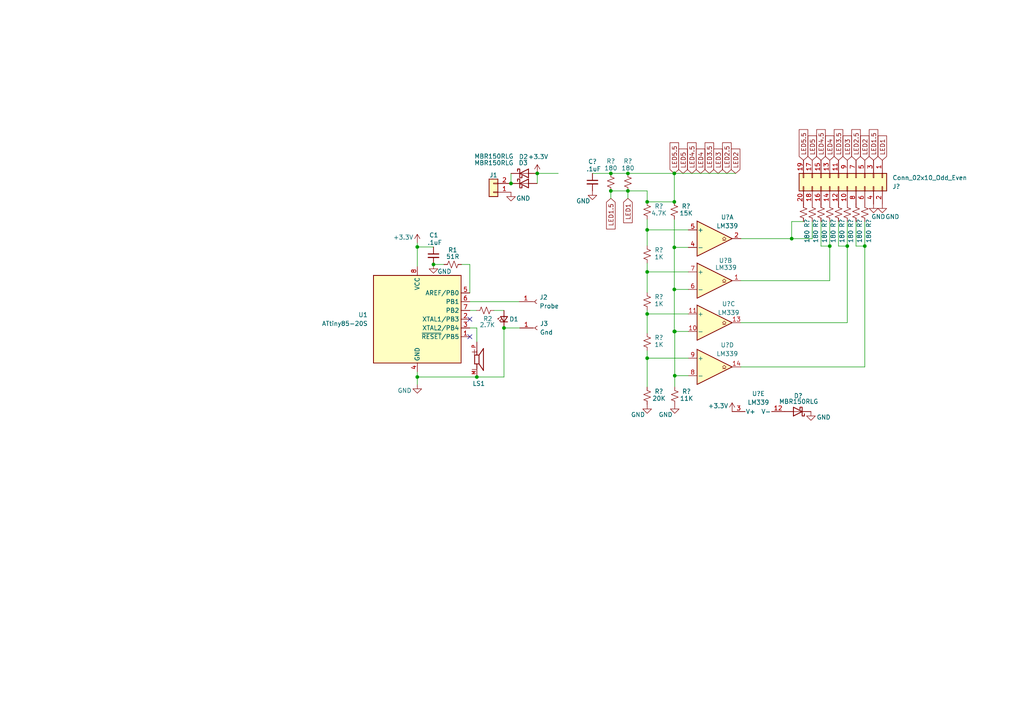
<source format=kicad_sch>
(kicad_sch (version 20211123) (generator eeschema)

  (uuid 9ba9a3f1-7419-418f-b170-663dd0e24c3c)

  (paper "A4")

  (lib_symbols
    (symbol "CST-931RP-A:CST-931RP-A" (pin_names (offset 1.016)) (in_bom yes) (on_board yes)
      (property "Reference" "LS" (id 0) (at -3.8252 8.9256 0)
        (effects (font (size 1.27 1.27)) (justify left bottom))
      )
      (property "Value" "CST-931RP-A" (id 1) (at -3.8245 -11.4736 0)
        (effects (font (size 1.27 1.27)) (justify left bottom))
      )
      (property "Footprint" "CUI_CST-931RP-A" (id 2) (at 0 0 0)
        (effects (font (size 1.27 1.27)) (justify bottom) hide)
      )
      (property "Datasheet" "" (id 3) (at 0 0 0)
        (effects (font (size 1.27 1.27)) hide)
      )
      (property "MP" "CST-931RP-A" (id 4) (at 0 0 0)
        (effects (font (size 1.27 1.27)) (justify bottom) hide)
      )
      (property "PACKAGE" "CUI" (id 5) (at 0 0 0)
        (effects (font (size 1.27 1.27)) (justify bottom) hide)
      )
      (property "AVAILABILITY" "Good" (id 6) (at 0 0 0)
        (effects (font (size 1.27 1.27)) (justify bottom) hide)
      )
      (property "PRICE" "0.80 USD" (id 7) (at 0 0 0)
        (effects (font (size 1.27 1.27)) (justify bottom) hide)
      )
      (property "DESCRIPTION" "9 mm, 3 V, 85 dB, Through Hole, Side Port, Magnetic Audio Transducer Buzzer" (id 8) (at 0 0 0)
        (effects (font (size 1.27 1.27)) (justify bottom) hide)
      )
      (property "MF" "CUI" (id 9) (at 0 0 0)
        (effects (font (size 1.27 1.27)) (justify bottom) hide)
      )
      (symbol "CST-931RP-A_0_0"
        (polyline
          (pts
            (xy -0.635 -1.27)
            (xy -0.635 1.27)
          )
          (stroke (width 0.254) (type default) (color 0 0 0 0))
          (fill (type none))
        )
        (polyline
          (pts
            (xy -0.635 1.27)
            (xy 0 1.27)
          )
          (stroke (width 0.254) (type default) (color 0 0 0 0))
          (fill (type none))
        )
        (polyline
          (pts
            (xy 0 -1.27)
            (xy -0.635 -1.27)
          )
          (stroke (width 0.254) (type default) (color 0 0 0 0))
          (fill (type none))
        )
        (polyline
          (pts
            (xy 0 -1.27)
            (xy 0 -2.54)
          )
          (stroke (width 0.254) (type default) (color 0 0 0 0))
          (fill (type none))
        )
        (polyline
          (pts
            (xy 0 1.27)
            (xy 0 2.54)
          )
          (stroke (width 0.254) (type default) (color 0 0 0 0))
          (fill (type none))
        )
        (polyline
          (pts
            (xy 0 1.27)
            (xy 0.635 1.27)
          )
          (stroke (width 0.254) (type default) (color 0 0 0 0))
          (fill (type none))
        )
        (polyline
          (pts
            (xy 0.635 -1.27)
            (xy 0 -1.27)
          )
          (stroke (width 0.254) (type default) (color 0 0 0 0))
          (fill (type none))
        )
        (polyline
          (pts
            (xy 0.635 1.27)
            (xy 0.635 -1.27)
          )
          (stroke (width 0.254) (type default) (color 0 0 0 0))
          (fill (type none))
        )
        (polyline
          (pts
            (xy 0.635 1.27)
            (xy 1.905 3.175)
          )
          (stroke (width 0.254) (type default) (color 0 0 0 0))
          (fill (type none))
        )
        (polyline
          (pts
            (xy 1.905 -3.175)
            (xy 0.635 -1.27)
          )
          (stroke (width 0.254) (type default) (color 0 0 0 0))
          (fill (type none))
        )
        (polyline
          (pts
            (xy 1.905 3.175)
            (xy 1.905 -3.175)
          )
          (stroke (width 0.254) (type default) (color 0 0 0 0))
          (fill (type none))
        )
        (text "+" (at -1.9147 1.2765 0)
          (effects (font (size 1.7871 1.7871)) (justify left bottom))
        )
        (text "-" (at -1.9141 -3.8122 0)
          (effects (font (size 1.7865 1.7865)) (justify left bottom))
        )
        (pin passive line (at 0 -5.08 90) (length 2.54)
          (name "~" (effects (font (size 1.016 1.016))))
          (number "M" (effects (font (size 1.016 1.016))))
        )
        (pin passive line (at 0 5.08 270) (length 2.54)
          (name "~" (effects (font (size 1.016 1.016))))
          (number "P" (effects (font (size 1.016 1.016))))
        )
      )
    )
    (symbol "Comparator:LM339" (pin_names (offset 0.127)) (in_bom yes) (on_board yes)
      (property "Reference" "U" (id 0) (at 0 5.08 0)
        (effects (font (size 1.27 1.27)) (justify left))
      )
      (property "Value" "LM339" (id 1) (at 0 -5.08 0)
        (effects (font (size 1.27 1.27)) (justify left))
      )
      (property "Footprint" "" (id 2) (at -1.27 2.54 0)
        (effects (font (size 1.27 1.27)) hide)
      )
      (property "Datasheet" "https://www.st.com/resource/en/datasheet/lm139.pdf" (id 3) (at 1.27 5.08 0)
        (effects (font (size 1.27 1.27)) hide)
      )
      (property "ki_locked" "" (id 4) (at 0 0 0)
        (effects (font (size 1.27 1.27)))
      )
      (property "ki_keywords" "cmp open collector" (id 5) (at 0 0 0)
        (effects (font (size 1.27 1.27)) hide)
      )
      (property "ki_description" "Quad Differential Comparators, SOIC-14/TSSOP-14" (id 6) (at 0 0 0)
        (effects (font (size 1.27 1.27)) hide)
      )
      (property "ki_fp_filters" "SOIC*3.9x8.7mm*P1.27mm* TSSOP*4.4x5mm*P0.65mm*" (id 7) (at 0 0 0)
        (effects (font (size 1.27 1.27)) hide)
      )
      (symbol "LM339_1_1"
        (polyline
          (pts
            (xy -5.08 5.08)
            (xy 5.08 0)
            (xy -5.08 -5.08)
            (xy -5.08 5.08)
          )
          (stroke (width 0.254) (type default) (color 0 0 0 0))
          (fill (type background))
        )
        (polyline
          (pts
            (xy 3.302 -0.508)
            (xy 2.794 -0.508)
            (xy 3.302 0)
            (xy 2.794 0.508)
            (xy 2.286 0)
            (xy 2.794 -0.508)
            (xy 2.286 -0.508)
          )
          (stroke (width 0.127) (type default) (color 0 0 0 0))
          (fill (type none))
        )
        (pin open_collector line (at 7.62 0 180) (length 2.54)
          (name "~" (effects (font (size 1.27 1.27))))
          (number "2" (effects (font (size 1.27 1.27))))
        )
        (pin input line (at -7.62 -2.54 0) (length 2.54)
          (name "-" (effects (font (size 1.27 1.27))))
          (number "4" (effects (font (size 1.27 1.27))))
        )
        (pin input line (at -7.62 2.54 0) (length 2.54)
          (name "+" (effects (font (size 1.27 1.27))))
          (number "5" (effects (font (size 1.27 1.27))))
        )
      )
      (symbol "LM339_2_1"
        (polyline
          (pts
            (xy -5.08 5.08)
            (xy 5.08 0)
            (xy -5.08 -5.08)
            (xy -5.08 5.08)
          )
          (stroke (width 0.254) (type default) (color 0 0 0 0))
          (fill (type background))
        )
        (polyline
          (pts
            (xy 3.302 -0.508)
            (xy 2.794 -0.508)
            (xy 3.302 0)
            (xy 2.794 0.508)
            (xy 2.286 0)
            (xy 2.794 -0.508)
            (xy 2.286 -0.508)
          )
          (stroke (width 0.127) (type default) (color 0 0 0 0))
          (fill (type none))
        )
        (pin open_collector line (at 7.62 0 180) (length 2.54)
          (name "~" (effects (font (size 1.27 1.27))))
          (number "1" (effects (font (size 1.27 1.27))))
        )
        (pin input line (at -7.62 -2.54 0) (length 2.54)
          (name "-" (effects (font (size 1.27 1.27))))
          (number "6" (effects (font (size 1.27 1.27))))
        )
        (pin input line (at -7.62 2.54 0) (length 2.54)
          (name "+" (effects (font (size 1.27 1.27))))
          (number "7" (effects (font (size 1.27 1.27))))
        )
      )
      (symbol "LM339_3_1"
        (polyline
          (pts
            (xy -5.08 5.08)
            (xy 5.08 0)
            (xy -5.08 -5.08)
            (xy -5.08 5.08)
          )
          (stroke (width 0.254) (type default) (color 0 0 0 0))
          (fill (type background))
        )
        (polyline
          (pts
            (xy 3.302 -0.508)
            (xy 2.794 -0.508)
            (xy 3.302 0)
            (xy 2.794 0.508)
            (xy 2.286 0)
            (xy 2.794 -0.508)
            (xy 2.286 -0.508)
          )
          (stroke (width 0.127) (type default) (color 0 0 0 0))
          (fill (type none))
        )
        (pin input line (at -7.62 -2.54 0) (length 2.54)
          (name "-" (effects (font (size 1.27 1.27))))
          (number "10" (effects (font (size 1.27 1.27))))
        )
        (pin input line (at -7.62 2.54 0) (length 2.54)
          (name "+" (effects (font (size 1.27 1.27))))
          (number "11" (effects (font (size 1.27 1.27))))
        )
        (pin open_collector line (at 7.62 0 180) (length 2.54)
          (name "~" (effects (font (size 1.27 1.27))))
          (number "13" (effects (font (size 1.27 1.27))))
        )
      )
      (symbol "LM339_4_1"
        (polyline
          (pts
            (xy -5.08 5.08)
            (xy 5.08 0)
            (xy -5.08 -5.08)
            (xy -5.08 5.08)
          )
          (stroke (width 0.254) (type default) (color 0 0 0 0))
          (fill (type background))
        )
        (polyline
          (pts
            (xy 3.302 -0.508)
            (xy 2.794 -0.508)
            (xy 3.302 0)
            (xy 2.794 0.508)
            (xy 2.286 0)
            (xy 2.794 -0.508)
            (xy 2.286 -0.508)
          )
          (stroke (width 0.127) (type default) (color 0 0 0 0))
          (fill (type none))
        )
        (pin open_collector line (at 7.62 0 180) (length 2.54)
          (name "~" (effects (font (size 1.27 1.27))))
          (number "14" (effects (font (size 1.27 1.27))))
        )
        (pin input line (at -7.62 -2.54 0) (length 2.54)
          (name "-" (effects (font (size 1.27 1.27))))
          (number "8" (effects (font (size 1.27 1.27))))
        )
        (pin input line (at -7.62 2.54 0) (length 2.54)
          (name "+" (effects (font (size 1.27 1.27))))
          (number "9" (effects (font (size 1.27 1.27))))
        )
      )
      (symbol "LM339_5_1"
        (pin power_in line (at -2.54 -7.62 90) (length 3.81)
          (name "V-" (effects (font (size 1.27 1.27))))
          (number "12" (effects (font (size 1.27 1.27))))
        )
        (pin power_in line (at -2.54 7.62 270) (length 3.81)
          (name "V+" (effects (font (size 1.27 1.27))))
          (number "3" (effects (font (size 1.27 1.27))))
        )
      )
    )
    (symbol "Connector:Conn_01x01_Female" (pin_names (offset 1.016) hide) (in_bom yes) (on_board yes)
      (property "Reference" "J" (id 0) (at 0 2.54 0)
        (effects (font (size 1.27 1.27)))
      )
      (property "Value" "Conn_01x01_Female" (id 1) (at 0 -2.54 0)
        (effects (font (size 1.27 1.27)))
      )
      (property "Footprint" "" (id 2) (at 0 0 0)
        (effects (font (size 1.27 1.27)) hide)
      )
      (property "Datasheet" "~" (id 3) (at 0 0 0)
        (effects (font (size 1.27 1.27)) hide)
      )
      (property "ki_keywords" "connector" (id 4) (at 0 0 0)
        (effects (font (size 1.27 1.27)) hide)
      )
      (property "ki_description" "Generic connector, single row, 01x01, script generated (kicad-library-utils/schlib/autogen/connector/)" (id 5) (at 0 0 0)
        (effects (font (size 1.27 1.27)) hide)
      )
      (property "ki_fp_filters" "Connector*:*" (id 6) (at 0 0 0)
        (effects (font (size 1.27 1.27)) hide)
      )
      (symbol "Conn_01x01_Female_1_1"
        (polyline
          (pts
            (xy -1.27 0)
            (xy -0.508 0)
          )
          (stroke (width 0.1524) (type default) (color 0 0 0 0))
          (fill (type none))
        )
        (arc (start 0 0.508) (mid -0.508 0) (end 0 -0.508)
          (stroke (width 0.1524) (type default) (color 0 0 0 0))
          (fill (type none))
        )
        (pin passive line (at -5.08 0 0) (length 3.81)
          (name "Pin_1" (effects (font (size 1.27 1.27))))
          (number "1" (effects (font (size 1.27 1.27))))
        )
      )
    )
    (symbol "Connector_Generic:Conn_01x02" (pin_names (offset 1.016) hide) (in_bom yes) (on_board yes)
      (property "Reference" "J" (id 0) (at 0 2.54 0)
        (effects (font (size 1.27 1.27)))
      )
      (property "Value" "Conn_01x02" (id 1) (at 0 -5.08 0)
        (effects (font (size 1.27 1.27)))
      )
      (property "Footprint" "" (id 2) (at 0 0 0)
        (effects (font (size 1.27 1.27)) hide)
      )
      (property "Datasheet" "~" (id 3) (at 0 0 0)
        (effects (font (size 1.27 1.27)) hide)
      )
      (property "ki_keywords" "connector" (id 4) (at 0 0 0)
        (effects (font (size 1.27 1.27)) hide)
      )
      (property "ki_description" "Generic connector, single row, 01x02, script generated (kicad-library-utils/schlib/autogen/connector/)" (id 5) (at 0 0 0)
        (effects (font (size 1.27 1.27)) hide)
      )
      (property "ki_fp_filters" "Connector*:*_1x??_*" (id 6) (at 0 0 0)
        (effects (font (size 1.27 1.27)) hide)
      )
      (symbol "Conn_01x02_1_1"
        (rectangle (start -1.27 -2.413) (end 0 -2.667)
          (stroke (width 0.1524) (type default) (color 0 0 0 0))
          (fill (type none))
        )
        (rectangle (start -1.27 0.127) (end 0 -0.127)
          (stroke (width 0.1524) (type default) (color 0 0 0 0))
          (fill (type none))
        )
        (rectangle (start -1.27 1.27) (end 1.27 -3.81)
          (stroke (width 0.254) (type default) (color 0 0 0 0))
          (fill (type background))
        )
        (pin passive line (at -5.08 0 0) (length 3.81)
          (name "Pin_1" (effects (font (size 1.27 1.27))))
          (number "1" (effects (font (size 1.27 1.27))))
        )
        (pin passive line (at -5.08 -2.54 0) (length 3.81)
          (name "Pin_2" (effects (font (size 1.27 1.27))))
          (number "2" (effects (font (size 1.27 1.27))))
        )
      )
    )
    (symbol "Connector_Generic:Conn_02x10_Odd_Even" (pin_names (offset 1.016) hide) (in_bom yes) (on_board yes)
      (property "Reference" "J" (id 0) (at 1.27 12.7 0)
        (effects (font (size 1.27 1.27)))
      )
      (property "Value" "Conn_02x10_Odd_Even" (id 1) (at 1.27 -15.24 0)
        (effects (font (size 1.27 1.27)))
      )
      (property "Footprint" "" (id 2) (at 0 0 0)
        (effects (font (size 1.27 1.27)) hide)
      )
      (property "Datasheet" "~" (id 3) (at 0 0 0)
        (effects (font (size 1.27 1.27)) hide)
      )
      (property "ki_keywords" "connector" (id 4) (at 0 0 0)
        (effects (font (size 1.27 1.27)) hide)
      )
      (property "ki_description" "Generic connector, double row, 02x10, odd/even pin numbering scheme (row 1 odd numbers, row 2 even numbers), script generated (kicad-library-utils/schlib/autogen/connector/)" (id 5) (at 0 0 0)
        (effects (font (size 1.27 1.27)) hide)
      )
      (property "ki_fp_filters" "Connector*:*_2x??_*" (id 6) (at 0 0 0)
        (effects (font (size 1.27 1.27)) hide)
      )
      (symbol "Conn_02x10_Odd_Even_1_1"
        (rectangle (start -1.27 -12.573) (end 0 -12.827)
          (stroke (width 0.1524) (type default) (color 0 0 0 0))
          (fill (type none))
        )
        (rectangle (start -1.27 -10.033) (end 0 -10.287)
          (stroke (width 0.1524) (type default) (color 0 0 0 0))
          (fill (type none))
        )
        (rectangle (start -1.27 -7.493) (end 0 -7.747)
          (stroke (width 0.1524) (type default) (color 0 0 0 0))
          (fill (type none))
        )
        (rectangle (start -1.27 -4.953) (end 0 -5.207)
          (stroke (width 0.1524) (type default) (color 0 0 0 0))
          (fill (type none))
        )
        (rectangle (start -1.27 -2.413) (end 0 -2.667)
          (stroke (width 0.1524) (type default) (color 0 0 0 0))
          (fill (type none))
        )
        (rectangle (start -1.27 0.127) (end 0 -0.127)
          (stroke (width 0.1524) (type default) (color 0 0 0 0))
          (fill (type none))
        )
        (rectangle (start -1.27 2.667) (end 0 2.413)
          (stroke (width 0.1524) (type default) (color 0 0 0 0))
          (fill (type none))
        )
        (rectangle (start -1.27 5.207) (end 0 4.953)
          (stroke (width 0.1524) (type default) (color 0 0 0 0))
          (fill (type none))
        )
        (rectangle (start -1.27 7.747) (end 0 7.493)
          (stroke (width 0.1524) (type default) (color 0 0 0 0))
          (fill (type none))
        )
        (rectangle (start -1.27 10.287) (end 0 10.033)
          (stroke (width 0.1524) (type default) (color 0 0 0 0))
          (fill (type none))
        )
        (rectangle (start -1.27 11.43) (end 3.81 -13.97)
          (stroke (width 0.254) (type default) (color 0 0 0 0))
          (fill (type background))
        )
        (rectangle (start 3.81 -12.573) (end 2.54 -12.827)
          (stroke (width 0.1524) (type default) (color 0 0 0 0))
          (fill (type none))
        )
        (rectangle (start 3.81 -10.033) (end 2.54 -10.287)
          (stroke (width 0.1524) (type default) (color 0 0 0 0))
          (fill (type none))
        )
        (rectangle (start 3.81 -7.493) (end 2.54 -7.747)
          (stroke (width 0.1524) (type default) (color 0 0 0 0))
          (fill (type none))
        )
        (rectangle (start 3.81 -4.953) (end 2.54 -5.207)
          (stroke (width 0.1524) (type default) (color 0 0 0 0))
          (fill (type none))
        )
        (rectangle (start 3.81 -2.413) (end 2.54 -2.667)
          (stroke (width 0.1524) (type default) (color 0 0 0 0))
          (fill (type none))
        )
        (rectangle (start 3.81 0.127) (end 2.54 -0.127)
          (stroke (width 0.1524) (type default) (color 0 0 0 0))
          (fill (type none))
        )
        (rectangle (start 3.81 2.667) (end 2.54 2.413)
          (stroke (width 0.1524) (type default) (color 0 0 0 0))
          (fill (type none))
        )
        (rectangle (start 3.81 5.207) (end 2.54 4.953)
          (stroke (width 0.1524) (type default) (color 0 0 0 0))
          (fill (type none))
        )
        (rectangle (start 3.81 7.747) (end 2.54 7.493)
          (stroke (width 0.1524) (type default) (color 0 0 0 0))
          (fill (type none))
        )
        (rectangle (start 3.81 10.287) (end 2.54 10.033)
          (stroke (width 0.1524) (type default) (color 0 0 0 0))
          (fill (type none))
        )
        (pin passive line (at -5.08 10.16 0) (length 3.81)
          (name "Pin_1" (effects (font (size 1.27 1.27))))
          (number "1" (effects (font (size 1.27 1.27))))
        )
        (pin passive line (at 7.62 0 180) (length 3.81)
          (name "Pin_10" (effects (font (size 1.27 1.27))))
          (number "10" (effects (font (size 1.27 1.27))))
        )
        (pin passive line (at -5.08 -2.54 0) (length 3.81)
          (name "Pin_11" (effects (font (size 1.27 1.27))))
          (number "11" (effects (font (size 1.27 1.27))))
        )
        (pin passive line (at 7.62 -2.54 180) (length 3.81)
          (name "Pin_12" (effects (font (size 1.27 1.27))))
          (number "12" (effects (font (size 1.27 1.27))))
        )
        (pin passive line (at -5.08 -5.08 0) (length 3.81)
          (name "Pin_13" (effects (font (size 1.27 1.27))))
          (number "13" (effects (font (size 1.27 1.27))))
        )
        (pin passive line (at 7.62 -5.08 180) (length 3.81)
          (name "Pin_14" (effects (font (size 1.27 1.27))))
          (number "14" (effects (font (size 1.27 1.27))))
        )
        (pin passive line (at -5.08 -7.62 0) (length 3.81)
          (name "Pin_15" (effects (font (size 1.27 1.27))))
          (number "15" (effects (font (size 1.27 1.27))))
        )
        (pin passive line (at 7.62 -7.62 180) (length 3.81)
          (name "Pin_16" (effects (font (size 1.27 1.27))))
          (number "16" (effects (font (size 1.27 1.27))))
        )
        (pin passive line (at -5.08 -10.16 0) (length 3.81)
          (name "Pin_17" (effects (font (size 1.27 1.27))))
          (number "17" (effects (font (size 1.27 1.27))))
        )
        (pin passive line (at 7.62 -10.16 180) (length 3.81)
          (name "Pin_18" (effects (font (size 1.27 1.27))))
          (number "18" (effects (font (size 1.27 1.27))))
        )
        (pin passive line (at -5.08 -12.7 0) (length 3.81)
          (name "Pin_19" (effects (font (size 1.27 1.27))))
          (number "19" (effects (font (size 1.27 1.27))))
        )
        (pin passive line (at 7.62 10.16 180) (length 3.81)
          (name "Pin_2" (effects (font (size 1.27 1.27))))
          (number "2" (effects (font (size 1.27 1.27))))
        )
        (pin passive line (at 7.62 -12.7 180) (length 3.81)
          (name "Pin_20" (effects (font (size 1.27 1.27))))
          (number "20" (effects (font (size 1.27 1.27))))
        )
        (pin passive line (at -5.08 7.62 0) (length 3.81)
          (name "Pin_3" (effects (font (size 1.27 1.27))))
          (number "3" (effects (font (size 1.27 1.27))))
        )
        (pin passive line (at 7.62 7.62 180) (length 3.81)
          (name "Pin_4" (effects (font (size 1.27 1.27))))
          (number "4" (effects (font (size 1.27 1.27))))
        )
        (pin passive line (at -5.08 5.08 0) (length 3.81)
          (name "Pin_5" (effects (font (size 1.27 1.27))))
          (number "5" (effects (font (size 1.27 1.27))))
        )
        (pin passive line (at 7.62 5.08 180) (length 3.81)
          (name "Pin_6" (effects (font (size 1.27 1.27))))
          (number "6" (effects (font (size 1.27 1.27))))
        )
        (pin passive line (at -5.08 2.54 0) (length 3.81)
          (name "Pin_7" (effects (font (size 1.27 1.27))))
          (number "7" (effects (font (size 1.27 1.27))))
        )
        (pin passive line (at 7.62 2.54 180) (length 3.81)
          (name "Pin_8" (effects (font (size 1.27 1.27))))
          (number "8" (effects (font (size 1.27 1.27))))
        )
        (pin passive line (at -5.08 0 0) (length 3.81)
          (name "Pin_9" (effects (font (size 1.27 1.27))))
          (number "9" (effects (font (size 1.27 1.27))))
        )
      )
    )
    (symbol "Device:C_Small" (pin_numbers hide) (pin_names (offset 0.254) hide) (in_bom yes) (on_board yes)
      (property "Reference" "C" (id 0) (at 0.254 1.778 0)
        (effects (font (size 1.27 1.27)) (justify left))
      )
      (property "Value" "C_Small" (id 1) (at 0.254 -2.032 0)
        (effects (font (size 1.27 1.27)) (justify left))
      )
      (property "Footprint" "" (id 2) (at 0 0 0)
        (effects (font (size 1.27 1.27)) hide)
      )
      (property "Datasheet" "~" (id 3) (at 0 0 0)
        (effects (font (size 1.27 1.27)) hide)
      )
      (property "ki_keywords" "capacitor cap" (id 4) (at 0 0 0)
        (effects (font (size 1.27 1.27)) hide)
      )
      (property "ki_description" "Unpolarized capacitor, small symbol" (id 5) (at 0 0 0)
        (effects (font (size 1.27 1.27)) hide)
      )
      (property "ki_fp_filters" "C_*" (id 6) (at 0 0 0)
        (effects (font (size 1.27 1.27)) hide)
      )
      (symbol "C_Small_0_1"
        (polyline
          (pts
            (xy -1.524 -0.508)
            (xy 1.524 -0.508)
          )
          (stroke (width 0.3302) (type default) (color 0 0 0 0))
          (fill (type none))
        )
        (polyline
          (pts
            (xy -1.524 0.508)
            (xy 1.524 0.508)
          )
          (stroke (width 0.3048) (type default) (color 0 0 0 0))
          (fill (type none))
        )
      )
      (symbol "C_Small_1_1"
        (pin passive line (at 0 2.54 270) (length 2.032)
          (name "~" (effects (font (size 1.27 1.27))))
          (number "1" (effects (font (size 1.27 1.27))))
        )
        (pin passive line (at 0 -2.54 90) (length 2.032)
          (name "~" (effects (font (size 1.27 1.27))))
          (number "2" (effects (font (size 1.27 1.27))))
        )
      )
    )
    (symbol "Device:D_Schottky" (pin_numbers hide) (pin_names (offset 1.016) hide) (in_bom yes) (on_board yes)
      (property "Reference" "D" (id 0) (at 0 2.54 0)
        (effects (font (size 1.27 1.27)))
      )
      (property "Value" "D_Schottky" (id 1) (at 0 -2.54 0)
        (effects (font (size 1.27 1.27)))
      )
      (property "Footprint" "" (id 2) (at 0 0 0)
        (effects (font (size 1.27 1.27)) hide)
      )
      (property "Datasheet" "~" (id 3) (at 0 0 0)
        (effects (font (size 1.27 1.27)) hide)
      )
      (property "ki_keywords" "diode Schottky" (id 4) (at 0 0 0)
        (effects (font (size 1.27 1.27)) hide)
      )
      (property "ki_description" "Schottky diode" (id 5) (at 0 0 0)
        (effects (font (size 1.27 1.27)) hide)
      )
      (property "ki_fp_filters" "TO-???* *_Diode_* *SingleDiode* D_*" (id 6) (at 0 0 0)
        (effects (font (size 1.27 1.27)) hide)
      )
      (symbol "D_Schottky_0_1"
        (polyline
          (pts
            (xy 1.27 0)
            (xy -1.27 0)
          )
          (stroke (width 0) (type default) (color 0 0 0 0))
          (fill (type none))
        )
        (polyline
          (pts
            (xy 1.27 1.27)
            (xy 1.27 -1.27)
            (xy -1.27 0)
            (xy 1.27 1.27)
          )
          (stroke (width 0.254) (type default) (color 0 0 0 0))
          (fill (type none))
        )
        (polyline
          (pts
            (xy -1.905 0.635)
            (xy -1.905 1.27)
            (xy -1.27 1.27)
            (xy -1.27 -1.27)
            (xy -0.635 -1.27)
            (xy -0.635 -0.635)
          )
          (stroke (width 0.254) (type default) (color 0 0 0 0))
          (fill (type none))
        )
      )
      (symbol "D_Schottky_1_1"
        (pin passive line (at -3.81 0 0) (length 2.54)
          (name "K" (effects (font (size 1.27 1.27))))
          (number "1" (effects (font (size 1.27 1.27))))
        )
        (pin passive line (at 3.81 0 180) (length 2.54)
          (name "A" (effects (font (size 1.27 1.27))))
          (number "2" (effects (font (size 1.27 1.27))))
        )
      )
    )
    (symbol "Device:LED_Small" (pin_numbers hide) (pin_names (offset 0.254) hide) (in_bom yes) (on_board yes)
      (property "Reference" "D" (id 0) (at -1.27 3.175 0)
        (effects (font (size 1.27 1.27)) (justify left))
      )
      (property "Value" "LED_Small" (id 1) (at -4.445 -2.54 0)
        (effects (font (size 1.27 1.27)) (justify left))
      )
      (property "Footprint" "" (id 2) (at 0 0 90)
        (effects (font (size 1.27 1.27)) hide)
      )
      (property "Datasheet" "~" (id 3) (at 0 0 90)
        (effects (font (size 1.27 1.27)) hide)
      )
      (property "ki_keywords" "LED diode light-emitting-diode" (id 4) (at 0 0 0)
        (effects (font (size 1.27 1.27)) hide)
      )
      (property "ki_description" "Light emitting diode, small symbol" (id 5) (at 0 0 0)
        (effects (font (size 1.27 1.27)) hide)
      )
      (property "ki_fp_filters" "LED* LED_SMD:* LED_THT:*" (id 6) (at 0 0 0)
        (effects (font (size 1.27 1.27)) hide)
      )
      (symbol "LED_Small_0_1"
        (polyline
          (pts
            (xy -0.762 -1.016)
            (xy -0.762 1.016)
          )
          (stroke (width 0.254) (type default) (color 0 0 0 0))
          (fill (type none))
        )
        (polyline
          (pts
            (xy 1.016 0)
            (xy -0.762 0)
          )
          (stroke (width 0) (type default) (color 0 0 0 0))
          (fill (type none))
        )
        (polyline
          (pts
            (xy 0.762 -1.016)
            (xy -0.762 0)
            (xy 0.762 1.016)
            (xy 0.762 -1.016)
          )
          (stroke (width 0.254) (type default) (color 0 0 0 0))
          (fill (type none))
        )
        (polyline
          (pts
            (xy 0 0.762)
            (xy -0.508 1.27)
            (xy -0.254 1.27)
            (xy -0.508 1.27)
            (xy -0.508 1.016)
          )
          (stroke (width 0) (type default) (color 0 0 0 0))
          (fill (type none))
        )
        (polyline
          (pts
            (xy 0.508 1.27)
            (xy 0 1.778)
            (xy 0.254 1.778)
            (xy 0 1.778)
            (xy 0 1.524)
          )
          (stroke (width 0) (type default) (color 0 0 0 0))
          (fill (type none))
        )
      )
      (symbol "LED_Small_1_1"
        (pin passive line (at -2.54 0 0) (length 1.778)
          (name "K" (effects (font (size 1.27 1.27))))
          (number "1" (effects (font (size 1.27 1.27))))
        )
        (pin passive line (at 2.54 0 180) (length 1.778)
          (name "A" (effects (font (size 1.27 1.27))))
          (number "2" (effects (font (size 1.27 1.27))))
        )
      )
    )
    (symbol "Device:R_Small_US" (pin_numbers hide) (pin_names (offset 0.254) hide) (in_bom yes) (on_board yes)
      (property "Reference" "R" (id 0) (at 0.762 0.508 0)
        (effects (font (size 1.27 1.27)) (justify left))
      )
      (property "Value" "R_Small_US" (id 1) (at 0.762 -1.016 0)
        (effects (font (size 1.27 1.27)) (justify left))
      )
      (property "Footprint" "" (id 2) (at 0 0 0)
        (effects (font (size 1.27 1.27)) hide)
      )
      (property "Datasheet" "~" (id 3) (at 0 0 0)
        (effects (font (size 1.27 1.27)) hide)
      )
      (property "ki_keywords" "r resistor" (id 4) (at 0 0 0)
        (effects (font (size 1.27 1.27)) hide)
      )
      (property "ki_description" "Resistor, small US symbol" (id 5) (at 0 0 0)
        (effects (font (size 1.27 1.27)) hide)
      )
      (property "ki_fp_filters" "R_*" (id 6) (at 0 0 0)
        (effects (font (size 1.27 1.27)) hide)
      )
      (symbol "R_Small_US_1_1"
        (polyline
          (pts
            (xy 0 0)
            (xy 1.016 -0.381)
            (xy 0 -0.762)
            (xy -1.016 -1.143)
            (xy 0 -1.524)
          )
          (stroke (width 0) (type default) (color 0 0 0 0))
          (fill (type none))
        )
        (polyline
          (pts
            (xy 0 1.524)
            (xy 1.016 1.143)
            (xy 0 0.762)
            (xy -1.016 0.381)
            (xy 0 0)
          )
          (stroke (width 0) (type default) (color 0 0 0 0))
          (fill (type none))
        )
        (pin passive line (at 0 2.54 270) (length 1.016)
          (name "~" (effects (font (size 1.27 1.27))))
          (number "1" (effects (font (size 1.27 1.27))))
        )
        (pin passive line (at 0 -2.54 90) (length 1.016)
          (name "~" (effects (font (size 1.27 1.27))))
          (number "2" (effects (font (size 1.27 1.27))))
        )
      )
    )
    (symbol "MCU_Microchip_ATtiny:ATtiny85-20S" (in_bom yes) (on_board yes)
      (property "Reference" "U" (id 0) (at -12.7 13.97 0)
        (effects (font (size 1.27 1.27)) (justify left bottom))
      )
      (property "Value" "ATtiny85-20S" (id 1) (at 2.54 -13.97 0)
        (effects (font (size 1.27 1.27)) (justify left top))
      )
      (property "Footprint" "Package_SO:SOIC-8W_5.3x5.3mm_P1.27mm" (id 2) (at 0 0 0)
        (effects (font (size 1.27 1.27) italic) hide)
      )
      (property "Datasheet" "http://ww1.microchip.com/downloads/en/DeviceDoc/atmel-2586-avr-8-bit-microcontroller-attiny25-attiny45-attiny85_datasheet.pdf" (id 3) (at 0 0 0)
        (effects (font (size 1.27 1.27)) hide)
      )
      (property "ki_keywords" "AVR 8bit Microcontroller tinyAVR" (id 4) (at 0 0 0)
        (effects (font (size 1.27 1.27)) hide)
      )
      (property "ki_description" "20MHz, 8kB Flash, 512B SRAM, 512B EEPROM, debugWIRE, SOIC-8W" (id 5) (at 0 0 0)
        (effects (font (size 1.27 1.27)) hide)
      )
      (property "ki_fp_filters" "SOIC*5.3x5.3mm*P1.27mm*" (id 6) (at 0 0 0)
        (effects (font (size 1.27 1.27)) hide)
      )
      (symbol "ATtiny85-20S_0_1"
        (rectangle (start -12.7 -12.7) (end 12.7 12.7)
          (stroke (width 0.254) (type default) (color 0 0 0 0))
          (fill (type background))
        )
      )
      (symbol "ATtiny85-20S_1_1"
        (pin bidirectional line (at 15.24 -5.08 180) (length 2.54)
          (name "~{RESET}/PB5" (effects (font (size 1.27 1.27))))
          (number "1" (effects (font (size 1.27 1.27))))
        )
        (pin bidirectional line (at 15.24 0 180) (length 2.54)
          (name "XTAL1/PB3" (effects (font (size 1.27 1.27))))
          (number "2" (effects (font (size 1.27 1.27))))
        )
        (pin bidirectional line (at 15.24 -2.54 180) (length 2.54)
          (name "XTAL2/PB4" (effects (font (size 1.27 1.27))))
          (number "3" (effects (font (size 1.27 1.27))))
        )
        (pin power_in line (at 0 -15.24 90) (length 2.54)
          (name "GND" (effects (font (size 1.27 1.27))))
          (number "4" (effects (font (size 1.27 1.27))))
        )
        (pin bidirectional line (at 15.24 7.62 180) (length 2.54)
          (name "AREF/PB0" (effects (font (size 1.27 1.27))))
          (number "5" (effects (font (size 1.27 1.27))))
        )
        (pin bidirectional line (at 15.24 5.08 180) (length 2.54)
          (name "PB1" (effects (font (size 1.27 1.27))))
          (number "6" (effects (font (size 1.27 1.27))))
        )
        (pin bidirectional line (at 15.24 2.54 180) (length 2.54)
          (name "PB2" (effects (font (size 1.27 1.27))))
          (number "7" (effects (font (size 1.27 1.27))))
        )
        (pin power_in line (at 0 15.24 270) (length 2.54)
          (name "VCC" (effects (font (size 1.27 1.27))))
          (number "8" (effects (font (size 1.27 1.27))))
        )
      )
    )
    (symbol "power:+3.3V" (power) (pin_names (offset 0)) (in_bom yes) (on_board yes)
      (property "Reference" "#PWR" (id 0) (at 0 -3.81 0)
        (effects (font (size 1.27 1.27)) hide)
      )
      (property "Value" "+3.3V" (id 1) (at 0 3.556 0)
        (effects (font (size 1.27 1.27)))
      )
      (property "Footprint" "" (id 2) (at 0 0 0)
        (effects (font (size 1.27 1.27)) hide)
      )
      (property "Datasheet" "" (id 3) (at 0 0 0)
        (effects (font (size 1.27 1.27)) hide)
      )
      (property "ki_keywords" "global power" (id 4) (at 0 0 0)
        (effects (font (size 1.27 1.27)) hide)
      )
      (property "ki_description" "Power symbol creates a global label with name \"+3.3V\"" (id 5) (at 0 0 0)
        (effects (font (size 1.27 1.27)) hide)
      )
      (symbol "+3.3V_0_1"
        (polyline
          (pts
            (xy -0.762 1.27)
            (xy 0 2.54)
          )
          (stroke (width 0) (type default) (color 0 0 0 0))
          (fill (type none))
        )
        (polyline
          (pts
            (xy 0 0)
            (xy 0 2.54)
          )
          (stroke (width 0) (type default) (color 0 0 0 0))
          (fill (type none))
        )
        (polyline
          (pts
            (xy 0 2.54)
            (xy 0.762 1.27)
          )
          (stroke (width 0) (type default) (color 0 0 0 0))
          (fill (type none))
        )
      )
      (symbol "+3.3V_1_1"
        (pin power_in line (at 0 0 90) (length 0) hide
          (name "+3.3V" (effects (font (size 1.27 1.27))))
          (number "1" (effects (font (size 1.27 1.27))))
        )
      )
    )
    (symbol "power:GND" (power) (pin_names (offset 0)) (in_bom yes) (on_board yes)
      (property "Reference" "#PWR" (id 0) (at 0 -6.35 0)
        (effects (font (size 1.27 1.27)) hide)
      )
      (property "Value" "GND" (id 1) (at 0 -3.81 0)
        (effects (font (size 1.27 1.27)))
      )
      (property "Footprint" "" (id 2) (at 0 0 0)
        (effects (font (size 1.27 1.27)) hide)
      )
      (property "Datasheet" "" (id 3) (at 0 0 0)
        (effects (font (size 1.27 1.27)) hide)
      )
      (property "ki_keywords" "global power" (id 4) (at 0 0 0)
        (effects (font (size 1.27 1.27)) hide)
      )
      (property "ki_description" "Power symbol creates a global label with name \"GND\" , ground" (id 5) (at 0 0 0)
        (effects (font (size 1.27 1.27)) hide)
      )
      (symbol "GND_0_1"
        (polyline
          (pts
            (xy 0 0)
            (xy 0 -1.27)
            (xy 1.27 -1.27)
            (xy 0 -2.54)
            (xy -1.27 -1.27)
            (xy 0 -1.27)
          )
          (stroke (width 0) (type default) (color 0 0 0 0))
          (fill (type none))
        )
      )
      (symbol "GND_1_1"
        (pin power_in line (at 0 0 270) (length 0) hide
          (name "GND" (effects (font (size 1.27 1.27))))
          (number "1" (effects (font (size 1.27 1.27))))
        )
      )
    )
  )

  (junction (at 187.706 58.547) (diameter 0) (color 0 0 0 0)
    (uuid 0308c619-14f6-4e6f-a208-f37ed4eb62e1)
  )
  (junction (at 195.707 96.139) (diameter 0) (color 0 0 0 0)
    (uuid 08920335-e523-442d-814d-129b36cd0bd0)
  )
  (junction (at 195.58 58.547) (diameter 0) (color 0 0 0 0)
    (uuid 0ad5aa85-0318-444c-9efd-0fb545491b45)
  )
  (junction (at 195.58 96.139) (diameter 0) (color 0 0 0 0)
    (uuid 0c743a1d-d3c0-47fb-9d15-811768f04350)
  )
  (junction (at 177.165 55.372) (diameter 0) (color 0 0 0 0)
    (uuid 2dc3c09f-2d32-4fec-8ac8-0c0b00aa51a6)
  )
  (junction (at 121.031 109.347) (diameter 0) (color 0 0 0 0)
    (uuid 417600be-313b-4f0d-9277-b2025584fdf6)
  )
  (junction (at 195.58 50.292) (diameter 0) (color 0 0 0 0)
    (uuid 41be4941-bbd8-4c82-aa19-fb9e017cdede)
  )
  (junction (at 240.665 71.374) (diameter 0) (color 0 0 0 0)
    (uuid 489d35a3-43b8-4e45-b2d5-729a0618ac28)
  )
  (junction (at 250.825 71.374) (diameter 0) (color 0 0 0 0)
    (uuid 568a4e1c-d8dd-4333-a3e5-ea1c5f63b50e)
  )
  (junction (at 229.616 69.215) (diameter 0) (color 0 0 0 0)
    (uuid 56d9da9c-0ec5-4f40-a5d0-74015dcfca0b)
  )
  (junction (at 187.706 66.675) (diameter 0) (color 0 0 0 0)
    (uuid 58cfaa97-31f6-45e1-9e5d-250fc0b1e96b)
  )
  (junction (at 195.707 108.966) (diameter 0) (color 0 0 0 0)
    (uuid 5b57935f-5ac5-4cb0-91f2-44acb018edc4)
  )
  (junction (at 146.177 95.123) (diameter 0) (color 0 0 0 0)
    (uuid 63950121-37f0-491d-8708-3f0a9e7d0533)
  )
  (junction (at 125.73 76.708) (diameter 0) (color 0 0 0 0)
    (uuid 6dbbe3bd-005f-416b-a168-2c946963db71)
  )
  (junction (at 195.58 83.947) (diameter 0) (color 0 0 0 0)
    (uuid 7f5c14b7-8f21-4f67-a368-5e03a073a90b)
  )
  (junction (at 138.303 109.347) (diameter 0) (color 0 0 0 0)
    (uuid 829ae84c-f543-4fcd-8c2c-138fafe88b03)
  )
  (junction (at 187.706 103.886) (diameter 0) (color 0 0 0 0)
    (uuid 865fdde5-fc15-43ca-a5e4-387072ad9e79)
  )
  (junction (at 195.58 71.755) (diameter 0) (color 0 0 0 0)
    (uuid 8c6246d5-00f3-4c99-89d2-31fc6c631d5a)
  )
  (junction (at 177.165 50.292) (diameter 0) (color 0 0 0 0)
    (uuid 8e193c0c-3b57-43bb-aefd-196130eae314)
  )
  (junction (at 121.031 71.628) (diameter 0) (color 0 0 0 0)
    (uuid 90cab984-84dd-4519-ae26-6ebbc905c456)
  )
  (junction (at 148.209 53.213) (diameter 0) (color 0 0 0 0)
    (uuid 9da0db5b-f477-431e-84cc-e7c5e1ee2b16)
  )
  (junction (at 155.829 50.292) (diameter 0) (color 0 0 0 0)
    (uuid a681c219-66f8-45de-bb1b-439ffa9b365d)
  )
  (junction (at 187.706 78.867) (diameter 0) (color 0 0 0 0)
    (uuid c65531ff-3ce3-4961-b492-acf6f5eb7ea9)
  )
  (junction (at 245.745 71.374) (diameter 0) (color 0 0 0 0)
    (uuid cf68a6ad-c165-45f5-a127-81a920151549)
  )
  (junction (at 187.706 91.059) (diameter 0) (color 0 0 0 0)
    (uuid d538b65e-631e-4464-b7a5-05e2cc6f7703)
  )
  (junction (at 182.118 55.372) (diameter 0) (color 0 0 0 0)
    (uuid d5fa0d22-759c-490f-986a-512dfa992edc)
  )
  (junction (at 182.118 50.292) (diameter 0) (color 0 0 0 0)
    (uuid e8026417-e5c7-4a37-924c-d31592e23c30)
  )

  (no_connect (at 136.271 92.583) (uuid 4c26d88f-1929-4dfe-a918-06a99ad168fb))
  (no_connect (at 136.271 97.663) (uuid 4dc39c62-b7c9-46e5-927d-b0e130d1eaba))

  (wire (pts (xy 199.644 66.675) (xy 187.706 66.675))
    (stroke (width 0) (type default) (color 0 0 0 0))
    (uuid 036484f7-8c58-4e17-b3f4-09bed6f2ed84)
  )
  (wire (pts (xy 177.165 50.292) (xy 182.118 50.292))
    (stroke (width 0) (type default) (color 0 0 0 0))
    (uuid 03f67118-3c5b-4dec-b4fc-d773a8caaa8f)
  )
  (wire (pts (xy 133.858 76.708) (xy 136.271 76.708))
    (stroke (width 0) (type default) (color 0 0 0 0))
    (uuid 12b26252-8259-484c-aefc-d1c61931dc37)
  )
  (wire (pts (xy 240.665 64.262) (xy 240.665 71.374))
    (stroke (width 0) (type default) (color 0 0 0 0))
    (uuid 137c2da7-b4fa-416e-a5d1-0cb6e9318124)
  )
  (wire (pts (xy 136.271 95.123) (xy 138.303 95.123))
    (stroke (width 0) (type default) (color 0 0 0 0))
    (uuid 17a020b6-492a-4bc1-a7ef-3b59563cfc8c)
  )
  (wire (pts (xy 195.58 71.755) (xy 195.58 83.947))
    (stroke (width 0) (type default) (color 0 0 0 0))
    (uuid 19f014a9-7e78-4cd5-8326-fe9c3529541d)
  )
  (wire (pts (xy 245.745 64.262) (xy 245.745 71.374))
    (stroke (width 0) (type default) (color 0 0 0 0))
    (uuid 1dbc2760-e5b4-4162-a43d-f8ca1855e04f)
  )
  (wire (pts (xy 195.58 83.947) (xy 199.644 83.947))
    (stroke (width 0) (type default) (color 0 0 0 0))
    (uuid 1e5e22ed-2c6b-48bc-9e6b-5149e124c03a)
  )
  (wire (pts (xy 155.829 50.292) (xy 155.829 53.213))
    (stroke (width 0) (type default) (color 0 0 0 0))
    (uuid 25d3396e-465e-443e-bf12-c91cb30e03aa)
  )
  (wire (pts (xy 136.271 87.503) (xy 150.622 87.503))
    (stroke (width 0) (type default) (color 0 0 0 0))
    (uuid 285ede4a-d4d7-4823-9e8e-19035106b175)
  )
  (wire (pts (xy 138.303 109.347) (xy 121.031 109.347))
    (stroke (width 0) (type default) (color 0 0 0 0))
    (uuid 2bc2c117-1532-49c6-bf01-3e768d8f7dd5)
  )
  (wire (pts (xy 187.706 103.886) (xy 187.706 112.268))
    (stroke (width 0) (type default) (color 0 0 0 0))
    (uuid 2bd46884-1421-4631-93d5-eea3fc46c96d)
  )
  (wire (pts (xy 187.706 78.867) (xy 199.644 78.867))
    (stroke (width 0) (type default) (color 0 0 0 0))
    (uuid 2c167012-114b-4037-b3a9-31df656d541e)
  )
  (wire (pts (xy 195.707 108.966) (xy 199.644 108.966))
    (stroke (width 0) (type default) (color 0 0 0 0))
    (uuid 347a975d-5aaa-4d82-9dbd-8596dd5493a8)
  )
  (wire (pts (xy 177.165 55.372) (xy 177.165 57.531))
    (stroke (width 0) (type default) (color 0 0 0 0))
    (uuid 34c98017-c345-489b-873f-fcf82131cd03)
  )
  (wire (pts (xy 182.118 55.372) (xy 182.118 57.531))
    (stroke (width 0) (type default) (color 0 0 0 0))
    (uuid 35b682f8-12fd-4b67-a7bd-ab6c0bf10bd9)
  )
  (wire (pts (xy 187.706 55.372) (xy 187.706 58.547))
    (stroke (width 0) (type default) (color 0 0 0 0))
    (uuid 37e9cc2a-7442-4f86-bd65-97975a571e88)
  )
  (wire (pts (xy 195.58 96.139) (xy 195.707 96.139))
    (stroke (width 0) (type default) (color 0 0 0 0))
    (uuid 3a18f716-fe79-46e7-a968-761543e17819)
  )
  (wire (pts (xy 177.165 55.372) (xy 182.118 55.372))
    (stroke (width 0) (type default) (color 0 0 0 0))
    (uuid 3dc4fa29-960e-4927-b487-42733814b0d0)
  )
  (wire (pts (xy 136.271 90.043) (xy 138.176 90.043))
    (stroke (width 0) (type default) (color 0 0 0 0))
    (uuid 40db5978-e578-4f6d-aa73-b252febbc4e7)
  )
  (wire (pts (xy 238.125 64.262) (xy 238.125 71.374))
    (stroke (width 0) (type default) (color 0 0 0 0))
    (uuid 4226b65a-9185-44db-9853-11df1949c42e)
  )
  (wire (pts (xy 240.665 71.374) (xy 240.665 81.407))
    (stroke (width 0) (type default) (color 0 0 0 0))
    (uuid 45b7ec2d-953b-44a3-870b-5233a4f74ff2)
  )
  (wire (pts (xy 182.118 50.292) (xy 195.58 50.292))
    (stroke (width 0) (type default) (color 0 0 0 0))
    (uuid 46670df1-fff6-4808-bf76-7100e75df506)
  )
  (wire (pts (xy 195.58 50.292) (xy 213.36 50.292))
    (stroke (width 0) (type default) (color 0 0 0 0))
    (uuid 4bcad85e-52aa-402c-bd18-9c0461238d62)
  )
  (wire (pts (xy 136.271 76.708) (xy 136.271 84.963))
    (stroke (width 0) (type default) (color 0 0 0 0))
    (uuid 50b822a6-b779-4dac-96e7-64aa4924ac99)
  )
  (wire (pts (xy 250.825 64.262) (xy 250.825 71.374))
    (stroke (width 0) (type default) (color 0 0 0 0))
    (uuid 521ddc7f-3691-437f-88ad-23fa73cd7333)
  )
  (wire (pts (xy 187.706 58.547) (xy 195.58 58.547))
    (stroke (width 0) (type default) (color 0 0 0 0))
    (uuid 5615e506-1100-4812-9ea4-d9a1371eee6b)
  )
  (wire (pts (xy 171.831 50.292) (xy 177.165 50.292))
    (stroke (width 0) (type default) (color 0 0 0 0))
    (uuid 5ee390ac-3836-4775-bd46-310402c0de40)
  )
  (wire (pts (xy 195.707 108.966) (xy 195.707 96.139))
    (stroke (width 0) (type default) (color 0 0 0 0))
    (uuid 5f5fd1ae-1191-4d19-9e84-3c89dbe6d521)
  )
  (wire (pts (xy 195.58 63.627) (xy 195.58 71.755))
    (stroke (width 0) (type default) (color 0 0 0 0))
    (uuid 5fbf34d7-3781-468a-a07a-b51f5b862bc7)
  )
  (wire (pts (xy 187.706 91.059) (xy 187.706 96.647))
    (stroke (width 0) (type default) (color 0 0 0 0))
    (uuid 60397b73-82cd-4c15-a3a1-4a552239f8d2)
  )
  (wire (pts (xy 233.045 64.262) (xy 229.616 64.262))
    (stroke (width 0) (type default) (color 0 0 0 0))
    (uuid 68a75161-c908-4bcc-b6d4-24dbd0deaf4d)
  )
  (wire (pts (xy 155.829 50.292) (xy 161.925 50.292))
    (stroke (width 0) (type default) (color 0 0 0 0))
    (uuid 6c1d9834-5f0f-4324-813b-0d87ec41d386)
  )
  (wire (pts (xy 138.303 95.123) (xy 138.303 99.187))
    (stroke (width 0) (type default) (color 0 0 0 0))
    (uuid 805e6a57-15a6-4133-aab1-51ecf29f780e)
  )
  (wire (pts (xy 121.031 71.628) (xy 121.031 77.343))
    (stroke (width 0) (type default) (color 0 0 0 0))
    (uuid 856ef40f-8600-492b-9da5-5ae22fac9a28)
  )
  (wire (pts (xy 250.825 71.374) (xy 250.825 106.426))
    (stroke (width 0) (type default) (color 0 0 0 0))
    (uuid 863b4e35-3983-4ba5-9106-5e2d4c2ae9ca)
  )
  (wire (pts (xy 243.205 64.262) (xy 243.205 71.374))
    (stroke (width 0) (type default) (color 0 0 0 0))
    (uuid 88950f7a-3fc4-4818-8fbe-b254d4e43636)
  )
  (wire (pts (xy 187.706 78.867) (xy 187.706 84.836))
    (stroke (width 0) (type default) (color 0 0 0 0))
    (uuid 8b79e522-7ee1-4225-b453-ade63927cc66)
  )
  (wire (pts (xy 214.884 81.407) (xy 240.665 81.407))
    (stroke (width 0) (type default) (color 0 0 0 0))
    (uuid 8d443b29-b7e8-4e71-a854-bb4a90363417)
  )
  (wire (pts (xy 195.58 83.947) (xy 195.58 96.139))
    (stroke (width 0) (type default) (color 0 0 0 0))
    (uuid 8f29b9dd-00e6-4b65-a61d-9bc636726cfe)
  )
  (wire (pts (xy 121.031 70.485) (xy 121.031 71.628))
    (stroke (width 0) (type default) (color 0 0 0 0))
    (uuid 91482366-5708-4a8d-bc34-8e4534dea786)
  )
  (wire (pts (xy 187.706 91.059) (xy 199.644 91.059))
    (stroke (width 0) (type default) (color 0 0 0 0))
    (uuid 91d39943-19c4-4f8a-920c-9a2f336a60be)
  )
  (wire (pts (xy 182.118 55.372) (xy 187.706 55.372))
    (stroke (width 0) (type default) (color 0 0 0 0))
    (uuid 93836072-ad7b-40cd-b0d6-e862b9ea92dd)
  )
  (wire (pts (xy 187.706 103.886) (xy 199.644 103.886))
    (stroke (width 0) (type default) (color 0 0 0 0))
    (uuid a14ae2ad-9574-4af8-b395-01e3ca02b787)
  )
  (wire (pts (xy 146.177 95.123) (xy 150.749 95.123))
    (stroke (width 0) (type default) (color 0 0 0 0))
    (uuid a49da18c-68bb-4df2-9347-cf98bac5e858)
  )
  (wire (pts (xy 187.706 89.916) (xy 187.706 91.059))
    (stroke (width 0) (type default) (color 0 0 0 0))
    (uuid a899183a-5158-406a-8458-4733c040e2ad)
  )
  (wire (pts (xy 121.031 107.823) (xy 121.031 109.347))
    (stroke (width 0) (type default) (color 0 0 0 0))
    (uuid a8be7d78-c3b8-472a-9c3f-07aa31ce5ea6)
  )
  (wire (pts (xy 195.707 96.139) (xy 199.644 96.139))
    (stroke (width 0) (type default) (color 0 0 0 0))
    (uuid a92f6e71-cf77-4b73-adb8-f4c3a01372af)
  )
  (wire (pts (xy 187.706 76.327) (xy 187.706 78.867))
    (stroke (width 0) (type default) (color 0 0 0 0))
    (uuid b1ec4017-1e20-4983-a46d-31fb9b4d4c33)
  )
  (wire (pts (xy 229.616 64.262) (xy 229.616 69.215))
    (stroke (width 0) (type default) (color 0 0 0 0))
    (uuid b2ba4d61-c161-438d-a40c-e95f75a48727)
  )
  (wire (pts (xy 245.745 71.374) (xy 245.745 93.599))
    (stroke (width 0) (type default) (color 0 0 0 0))
    (uuid ba226419-12a2-4a1a-aa44-5a3a47f47a22)
  )
  (wire (pts (xy 195.707 108.966) (xy 195.707 112.268))
    (stroke (width 0) (type default) (color 0 0 0 0))
    (uuid bc729d92-9362-41cf-86e0-0fe91fcb717b)
  )
  (wire (pts (xy 214.884 69.215) (xy 229.616 69.215))
    (stroke (width 0) (type default) (color 0 0 0 0))
    (uuid c1243778-b0fc-44cf-a9ad-495c24fd091d)
  )
  (wire (pts (xy 138.303 109.347) (xy 146.177 109.347))
    (stroke (width 0) (type default) (color 0 0 0 0))
    (uuid c335c6c3-0522-4ad9-9ae7-9ccd4b703e8b)
  )
  (wire (pts (xy 235.585 69.215) (xy 235.585 64.262))
    (stroke (width 0) (type default) (color 0 0 0 0))
    (uuid c6d072a2-9c0d-4813-a30a-eaf6d9cebb34)
  )
  (wire (pts (xy 148.209 50.292) (xy 148.209 53.213))
    (stroke (width 0) (type default) (color 0 0 0 0))
    (uuid cb3c8cde-68f1-4e6d-8214-991c5f863ac6)
  )
  (wire (pts (xy 121.031 109.347) (xy 121.031 111.506))
    (stroke (width 0) (type default) (color 0 0 0 0))
    (uuid cb728276-0196-4f8a-b45a-b0f5d8535278)
  )
  (wire (pts (xy 214.884 106.426) (xy 250.825 106.426))
    (stroke (width 0) (type default) (color 0 0 0 0))
    (uuid cdac6f47-00e9-4301-9f2b-ccd8e484296e)
  )
  (wire (pts (xy 248.285 64.262) (xy 248.285 71.374))
    (stroke (width 0) (type default) (color 0 0 0 0))
    (uuid ce5b1bfd-6c22-45e5-ac79-e6430941b391)
  )
  (wire (pts (xy 243.205 71.374) (xy 245.745 71.374))
    (stroke (width 0) (type default) (color 0 0 0 0))
    (uuid d4ca995b-dd0d-4a8a-b77a-e679dda631dd)
  )
  (wire (pts (xy 214.884 93.599) (xy 245.745 93.599))
    (stroke (width 0) (type default) (color 0 0 0 0))
    (uuid d5508df8-6636-4c21-8593-6b7ed342250a)
  )
  (wire (pts (xy 187.706 66.675) (xy 187.706 63.627))
    (stroke (width 0) (type default) (color 0 0 0 0))
    (uuid d92336ca-4df4-4e2b-b3f8-9490814dd1ae)
  )
  (wire (pts (xy 187.706 66.675) (xy 187.706 71.247))
    (stroke (width 0) (type default) (color 0 0 0 0))
    (uuid dbf508a7-2617-4f2a-aef6-23bce03648c2)
  )
  (wire (pts (xy 248.285 71.374) (xy 250.825 71.374))
    (stroke (width 0) (type default) (color 0 0 0 0))
    (uuid de5ce2e6-adcf-4d3b-9ee6-0fbba4f61f18)
  )
  (wire (pts (xy 195.58 58.547) (xy 195.58 50.292))
    (stroke (width 0) (type default) (color 0 0 0 0))
    (uuid e21db10b-729b-4fd6-888e-305bcd3f5559)
  )
  (wire (pts (xy 238.125 71.374) (xy 240.665 71.374))
    (stroke (width 0) (type default) (color 0 0 0 0))
    (uuid e22fc68d-2e98-4e83-8be6-b8879674da71)
  )
  (wire (pts (xy 121.031 71.628) (xy 125.73 71.628))
    (stroke (width 0) (type default) (color 0 0 0 0))
    (uuid e3ef312b-3d9f-4bba-b994-ba0bfb07082f)
  )
  (wire (pts (xy 195.58 71.755) (xy 199.644 71.755))
    (stroke (width 0) (type default) (color 0 0 0 0))
    (uuid e558b29b-812c-45c3-8bfe-2e6d544de026)
  )
  (wire (pts (xy 229.616 69.215) (xy 235.585 69.215))
    (stroke (width 0) (type default) (color 0 0 0 0))
    (uuid e5fe8540-9d78-447f-b3db-37e964a5aa65)
  )
  (wire (pts (xy 143.256 90.043) (xy 146.177 90.043))
    (stroke (width 0) (type default) (color 0 0 0 0))
    (uuid eca516e8-8d88-47eb-a0ae-d1b755c319dd)
  )
  (wire (pts (xy 187.706 101.727) (xy 187.706 103.886))
    (stroke (width 0) (type default) (color 0 0 0 0))
    (uuid fb14daa6-7b46-4ac3-be66-84680e7c04b1)
  )
  (wire (pts (xy 125.73 76.708) (xy 128.778 76.708))
    (stroke (width 0) (type default) (color 0 0 0 0))
    (uuid fb6c3bd8-1bd2-4657-901f-0a3846d98766)
  )
  (wire (pts (xy 146.177 95.123) (xy 146.177 109.347))
    (stroke (width 0) (type default) (color 0 0 0 0))
    (uuid ffc86dc2-4e7c-4bda-b505-5865ee97c363)
  )

  (global_label "LED5.5" (shape input) (at 195.58 50.292 90) (fields_autoplaced)
    (effects (font (size 1.27 1.27)) (justify left))
    (uuid 143f932e-faf5-488e-9c12-a0bf1c3088d2)
    (property "Intersheet References" "${INTERSHEET_REFS}" (id 0) (at 195.5006 41.4079 90)
      (effects (font (size 1.27 1.27)) (justify left) hide)
    )
  )
  (global_label "LED2" (shape input) (at 213.36 50.292 90) (fields_autoplaced)
    (effects (font (size 1.27 1.27)) (justify left))
    (uuid 175be44a-6b61-45c3-9ebf-1c43579463fc)
    (property "Intersheet References" "${INTERSHEET_REFS}" (id 0) (at 213.4394 43.2222 90)
      (effects (font (size 1.27 1.27)) (justify left) hide)
    )
  )
  (global_label "LED4" (shape input) (at 240.665 46.482 90) (fields_autoplaced)
    (effects (font (size 1.27 1.27)) (justify left))
    (uuid 181922b1-3d9f-47f6-8cb3-304a9845ce0d)
    (property "Intersheet References" "${INTERSHEET_REFS}" (id 0) (at 240.7444 39.4122 90)
      (effects (font (size 1.27 1.27)) (justify left) hide)
    )
  )
  (global_label "LED5.5" (shape input) (at 233.045 46.482 90) (fields_autoplaced)
    (effects (font (size 1.27 1.27)) (justify left))
    (uuid 3885cfe8-f2b6-41ff-a22c-af5b301592c7)
    (property "Intersheet References" "${INTERSHEET_REFS}" (id 0) (at 232.9656 37.5979 90)
      (effects (font (size 1.27 1.27)) (justify left) hide)
    )
  )
  (global_label "LED1.5" (shape input) (at 253.365 46.482 90) (fields_autoplaced)
    (effects (font (size 1.27 1.27)) (justify left))
    (uuid 4ff21564-901d-464f-a3ff-09034eb4696a)
    (property "Intersheet References" "${INTERSHEET_REFS}" (id 0) (at 253.2856 37.5979 90)
      (effects (font (size 1.27 1.27)) (justify left) hide)
    )
  )
  (global_label "LED5" (shape input) (at 235.585 46.482 90) (fields_autoplaced)
    (effects (font (size 1.27 1.27)) (justify left))
    (uuid 5b8ad295-294a-4cad-bcfa-2b3221660317)
    (property "Intersheet References" "${INTERSHEET_REFS}" (id 0) (at 235.6644 39.4122 90)
      (effects (font (size 1.27 1.27)) (justify left) hide)
    )
  )
  (global_label "LED1" (shape input) (at 255.905 46.482 90) (fields_autoplaced)
    (effects (font (size 1.27 1.27)) (justify left))
    (uuid 80bd0e05-ccef-4327-8b2c-95ca639b0dcf)
    (property "Intersheet References" "${INTERSHEET_REFS}" (id 0) (at 255.8256 39.4122 90)
      (effects (font (size 1.27 1.27)) (justify left) hide)
    )
  )
  (global_label "LED2.5" (shape input) (at 210.82 50.292 90) (fields_autoplaced)
    (effects (font (size 1.27 1.27)) (justify left))
    (uuid 9025e499-038e-4c74-9c1c-e9f13ea17a10)
    (property "Intersheet References" "${INTERSHEET_REFS}" (id 0) (at 210.7406 41.4079 90)
      (effects (font (size 1.27 1.27)) (justify left) hide)
    )
  )
  (global_label "LED4" (shape input) (at 203.2 50.292 90) (fields_autoplaced)
    (effects (font (size 1.27 1.27)) (justify left))
    (uuid 96808ecd-0883-4315-bd04-cda845408c6e)
    (property "Intersheet References" "${INTERSHEET_REFS}" (id 0) (at 203.2794 43.2222 90)
      (effects (font (size 1.27 1.27)) (justify left) hide)
    )
  )
  (global_label "LED4.5" (shape input) (at 238.125 46.482 90) (fields_autoplaced)
    (effects (font (size 1.27 1.27)) (justify left))
    (uuid 9c529aae-6fac-4fb2-a9ca-a2299d76843a)
    (property "Intersheet References" "${INTERSHEET_REFS}" (id 0) (at 238.0456 37.5979 90)
      (effects (font (size 1.27 1.27)) (justify left) hide)
    )
  )
  (global_label "LED2.5" (shape input) (at 248.285 46.482 90) (fields_autoplaced)
    (effects (font (size 1.27 1.27)) (justify left))
    (uuid 9e7100d8-2d78-49a1-88e3-f492d8dc2a97)
    (property "Intersheet References" "${INTERSHEET_REFS}" (id 0) (at 248.2056 37.5979 90)
      (effects (font (size 1.27 1.27)) (justify left) hide)
    )
  )
  (global_label "LED3" (shape input) (at 208.28 50.292 90) (fields_autoplaced)
    (effects (font (size 1.27 1.27)) (justify left))
    (uuid a301392c-ec85-4885-9c8c-d5660d5e956e)
    (property "Intersheet References" "${INTERSHEET_REFS}" (id 0) (at 208.3594 43.2222 90)
      (effects (font (size 1.27 1.27)) (justify left) hide)
    )
  )
  (global_label "LED1.5" (shape input) (at 177.165 57.531 270) (fields_autoplaced)
    (effects (font (size 1.27 1.27)) (justify right))
    (uuid b97e2943-ce14-4758-ac5c-00606994cc3e)
    (property "Intersheet References" "${INTERSHEET_REFS}" (id 0) (at 177.0856 66.4151 90)
      (effects (font (size 1.27 1.27)) (justify right) hide)
    )
  )
  (global_label "LED4.5" (shape input) (at 200.66 50.292 90) (fields_autoplaced)
    (effects (font (size 1.27 1.27)) (justify left))
    (uuid cbc360b2-e647-42d3-bd05-98f6298ba2c6)
    (property "Intersheet References" "${INTERSHEET_REFS}" (id 0) (at 200.5806 41.4079 90)
      (effects (font (size 1.27 1.27)) (justify left) hide)
    )
  )
  (global_label "LED5" (shape input) (at 198.12 50.292 90) (fields_autoplaced)
    (effects (font (size 1.27 1.27)) (justify left))
    (uuid d399fd32-bfbe-43db-bb75-021d75a5f209)
    (property "Intersheet References" "${INTERSHEET_REFS}" (id 0) (at 198.1994 43.2222 90)
      (effects (font (size 1.27 1.27)) (justify left) hide)
    )
  )
  (global_label "LED1" (shape input) (at 182.118 57.531 270) (fields_autoplaced)
    (effects (font (size 1.27 1.27)) (justify right))
    (uuid d684ca90-1350-4e9b-a62a-98d9b773e3ca)
    (property "Intersheet References" "${INTERSHEET_REFS}" (id 0) (at 182.0386 64.6008 90)
      (effects (font (size 1.27 1.27)) (justify right) hide)
    )
  )
  (global_label "LED3" (shape input) (at 245.745 46.482 90) (fields_autoplaced)
    (effects (font (size 1.27 1.27)) (justify left))
    (uuid de5b680a-9a41-4221-9f2c-ced7af6075c6)
    (property "Intersheet References" "${INTERSHEET_REFS}" (id 0) (at 245.8244 39.4122 90)
      (effects (font (size 1.27 1.27)) (justify left) hide)
    )
  )
  (global_label "LED2" (shape input) (at 250.825 46.482 90) (fields_autoplaced)
    (effects (font (size 1.27 1.27)) (justify left))
    (uuid e3a086ef-c6fe-4f13-9fd1-75c3e0cec8dd)
    (property "Intersheet References" "${INTERSHEET_REFS}" (id 0) (at 250.9044 39.4122 90)
      (effects (font (size 1.27 1.27)) (justify left) hide)
    )
  )
  (global_label "LED3.5" (shape input) (at 205.74 50.292 90) (fields_autoplaced)
    (effects (font (size 1.27 1.27)) (justify left))
    (uuid fa57dc9b-b2b6-491d-9e11-c83667053ddb)
    (property "Intersheet References" "${INTERSHEET_REFS}" (id 0) (at 205.6606 41.4079 90)
      (effects (font (size 1.27 1.27)) (justify left) hide)
    )
  )
  (global_label "LED3.5" (shape input) (at 243.205 46.482 90) (fields_autoplaced)
    (effects (font (size 1.27 1.27)) (justify left))
    (uuid fe9edbba-6e02-4ec7-8f5f-cd059b87ccc5)
    (property "Intersheet References" "${INTERSHEET_REFS}" (id 0) (at 243.1256 37.5979 90)
      (effects (font (size 1.27 1.27)) (justify left) hide)
    )
  )

  (symbol (lib_id "Device:D_Schottky") (at 152.019 50.292 0) (unit 1)
    (in_bom yes) (on_board yes)
    (uuid 046662ec-0de2-41d8-ae94-f741bb6bac6a)
    (property "Reference" "D2" (id 0) (at 151.8285 45.466 0))
    (property "Value" "MBR150RLG" (id 1) (at 143.256 45.339 0))
    (property "Footprint" "Diode_THT:D_DO-41_SOD81_P7.62mm_Horizontal" (id 2) (at 152.019 50.292 0)
      (effects (font (size 1.27 1.27)) hide)
    )
    (property "Datasheet" "~" (id 3) (at 152.019 50.292 0)
      (effects (font (size 1.27 1.27)) hide)
    )
    (pin "1" (uuid 413b4305-6dd6-4eb2-99df-96c01b312ea3))
    (pin "2" (uuid 6ac9bff3-120f-4c9e-9607-c6392f0e0801))
  )

  (symbol (lib_id "Device:R_Small_US") (at 195.58 61.087 180) (unit 1)
    (in_bom yes) (on_board yes)
    (uuid 0485243e-833b-42ad-91fa-8656c77125af)
    (property "Reference" "R?" (id 0) (at 199.009 59.817 0))
    (property "Value" "15K" (id 1) (at 199.009 61.849 0))
    (property "Footprint" "Resistor_THT:R_Axial_DIN0207_L6.3mm_D2.5mm_P10.16mm_Horizontal" (id 2) (at 195.58 61.087 0)
      (effects (font (size 1.27 1.27)) hide)
    )
    (property "Datasheet" "~" (id 3) (at 195.58 61.087 0)
      (effects (font (size 1.27 1.27)) hide)
    )
    (pin "1" (uuid e06662a7-2b1a-46ce-91df-d901292cb74b))
    (pin "2" (uuid 1752d07a-bc24-45d7-af38-3fa5846bc059))
  )

  (symbol (lib_id "Device:R_Small_US") (at 187.706 61.087 180) (unit 1)
    (in_bom yes) (on_board yes)
    (uuid 06835d05-d034-4c80-837b-fbcfbee2d17e)
    (property "Reference" "R?" (id 0) (at 191.135 59.817 0))
    (property "Value" "4.7K" (id 1) (at 191.135 61.849 0))
    (property "Footprint" "Resistor_THT:R_Axial_DIN0207_L6.3mm_D2.5mm_P10.16mm_Horizontal" (id 2) (at 187.706 61.087 0)
      (effects (font (size 1.27 1.27)) hide)
    )
    (property "Datasheet" "~" (id 3) (at 187.706 61.087 0)
      (effects (font (size 1.27 1.27)) hide)
    )
    (pin "1" (uuid 9798fffc-5f56-4358-a19e-7b21b7bd2ea9))
    (pin "2" (uuid 925d088a-2598-4249-82ba-1b0ade2fa0c6))
  )

  (symbol (lib_id "Device:R_Small_US") (at 131.318 76.708 90) (unit 1)
    (in_bom yes) (on_board yes)
    (uuid 117f2aa3-971f-4675-b2fe-5877acdac27f)
    (property "Reference" "R1" (id 0) (at 131.318 72.517 90))
    (property "Value" "51R" (id 1) (at 131.318 74.422 90))
    (property "Footprint" "Resistor_THT:R_Axial_DIN0207_L6.3mm_D2.5mm_P10.16mm_Horizontal" (id 2) (at 131.318 76.708 0)
      (effects (font (size 1.27 1.27)) hide)
    )
    (property "Datasheet" "~" (id 3) (at 131.318 76.708 0)
      (effects (font (size 1.27 1.27)) hide)
    )
    (pin "1" (uuid acc92064-aa7b-463b-94f3-81e39a5795f1))
    (pin "2" (uuid dd9bc70d-da6f-4dcd-8337-16ffd66072b9))
  )

  (symbol (lib_id "Device:D_Schottky") (at 152.019 53.213 0) (unit 1)
    (in_bom yes) (on_board yes)
    (uuid 1e3a194d-26b7-4b9e-829c-837cd9a4949c)
    (property "Reference" "D3" (id 0) (at 151.765 47.244 0))
    (property "Value" "MBR150RLG" (id 1) (at 143.256 47.244 0))
    (property "Footprint" "Diode_THT:D_DO-41_SOD81_P7.62mm_Horizontal" (id 2) (at 152.019 53.213 0)
      (effects (font (size 1.27 1.27)) hide)
    )
    (property "Datasheet" "~" (id 3) (at 152.019 53.213 0)
      (effects (font (size 1.27 1.27)) hide)
    )
    (pin "1" (uuid 21cdea34-21e3-47a9-b3ee-1c46f65ef2f4))
    (pin "2" (uuid 0163f631-a5c8-4f73-90c3-9754a8ece3d0))
  )

  (symbol (lib_id "Comparator:LM339") (at 207.264 81.407 0) (unit 2)
    (in_bom yes) (on_board yes)
    (uuid 25a92486-ae96-47f8-a4f5-8bf14281c01f)
    (property "Reference" "U?" (id 0) (at 210.439 75.565 0))
    (property "Value" "LM339" (id 1) (at 210.566 77.597 0))
    (property "Footprint" "Package_DIP:DIP-14_W7.62mm" (id 2) (at 205.994 78.867 0)
      (effects (font (size 1.27 1.27)) hide)
    )
    (property "Datasheet" "https://www.st.com/resource/en/datasheet/lm139.pdf" (id 3) (at 208.534 76.327 0)
      (effects (font (size 1.27 1.27)) hide)
    )
    (pin "2" (uuid 113eaad3-7ba9-4006-87b5-7f43327bbf91))
    (pin "4" (uuid beed77d0-721b-4790-9514-2634de358970))
    (pin "5" (uuid 72d9412f-0f4d-4892-b1a3-780d73016676))
    (pin "1" (uuid 605c8778-4dbc-43b7-96eb-7528603fd859))
    (pin "6" (uuid 61510590-d6de-48f8-9e6e-063a2c1e3863))
    (pin "7" (uuid 46d3d9f5-b7e4-4e18-813c-7fba4a5f27ea))
    (pin "10" (uuid d3c8c38d-2b14-4709-9c86-6fb80ad5bd07))
    (pin "11" (uuid 8b6fa8bd-74af-4478-a63a-71d485cadc3b))
    (pin "13" (uuid 9dcf66b2-e72a-489d-b6cc-2e9df75f89d9))
    (pin "14" (uuid ebfd55c4-b3e6-45d5-a562-4d55d6b861d8))
    (pin "8" (uuid 3f1e9b81-21bc-4ca5-a8cc-7a08fadc7b2c))
    (pin "9" (uuid 8b47edd3-cfc8-4df0-9b58-13a4b2eda12a))
    (pin "12" (uuid 9bc7dd93-75fe-4a23-9159-355ddd5cc836))
    (pin "3" (uuid 0daa338a-828d-4d50-a79e-d12c818bbf62))
  )

  (symbol (lib_id "MCU_Microchip_ATtiny:ATtiny85-20S") (at 121.031 92.583 0) (unit 1)
    (in_bom yes) (on_board yes) (fields_autoplaced)
    (uuid 28027b02-1c7e-46f9-b4d3-b20837f3a2b6)
    (property "Reference" "U1" (id 0) (at 106.68 91.3129 0)
      (effects (font (size 1.27 1.27)) (justify right))
    )
    (property "Value" "ATtiny85-20S" (id 1) (at 106.68 93.8529 0)
      (effects (font (size 1.27 1.27)) (justify right))
    )
    (property "Footprint" "Package_DIP:DIP-8_W7.62mm" (id 2) (at 121.031 92.583 0)
      (effects (font (size 1.27 1.27) italic) hide)
    )
    (property "Datasheet" "http://ww1.microchip.com/downloads/en/DeviceDoc/atmel-2586-avr-8-bit-microcontroller-attiny25-attiny45-attiny85_datasheet.pdf" (id 3) (at 121.031 92.583 0)
      (effects (font (size 1.27 1.27)) hide)
    )
    (pin "1" (uuid 0922354e-8784-4fbb-884d-589285df2523))
    (pin "2" (uuid 03ddd8b8-a2fb-4743-be99-23cbd34a35a0))
    (pin "3" (uuid 80503cc4-a68f-416a-8af5-091202123d86))
    (pin "4" (uuid d04b2237-a78e-43bd-a0c3-daa25f592c20))
    (pin "5" (uuid bd0b07fb-451a-4791-a5b4-79fb436baf31))
    (pin "6" (uuid 8d6f3fe8-719d-4ce0-8439-f14aa5c6d0b3))
    (pin "7" (uuid 55443551-59cf-4f2e-87c4-0862d893a01b))
    (pin "8" (uuid c8f4375d-b1f8-4bc5-adc6-296cb261d290))
  )

  (symbol (lib_id "Device:R_Small_US") (at 245.745 61.722 180) (unit 1)
    (in_bom yes) (on_board yes)
    (uuid 30cb5b41-9866-4d55-81c0-06e87e537287)
    (property "Reference" "R?" (id 0) (at 246.761 64.77 90))
    (property "Value" "180" (id 1) (at 246.761 68.58 90))
    (property "Footprint" "Resistor_THT:R_Axial_DIN0207_L6.3mm_D2.5mm_P10.16mm_Horizontal" (id 2) (at 245.745 61.722 0)
      (effects (font (size 1.27 1.27)) hide)
    )
    (property "Datasheet" "~" (id 3) (at 245.745 61.722 0)
      (effects (font (size 1.27 1.27)) hide)
    )
    (pin "1" (uuid e9d54bb7-3e16-40a0-b79c-5ce616139f14))
    (pin "2" (uuid 9d987070-75ea-4a1c-806d-47c45d5578f6))
  )

  (symbol (lib_id "Device:R_Small_US") (at 187.706 114.808 180) (unit 1)
    (in_bom yes) (on_board yes)
    (uuid 321810b4-d160-4923-bb23-a041d94388ad)
    (property "Reference" "R?" (id 0) (at 191.135 113.538 0))
    (property "Value" "20K" (id 1) (at 191.135 115.57 0))
    (property "Footprint" "Resistor_THT:R_Axial_DIN0207_L6.3mm_D2.5mm_P10.16mm_Horizontal" (id 2) (at 187.706 114.808 0)
      (effects (font (size 1.27 1.27)) hide)
    )
    (property "Datasheet" "~" (id 3) (at 187.706 114.808 0)
      (effects (font (size 1.27 1.27)) hide)
    )
    (pin "1" (uuid 4b75a5d4-7b7f-4bea-bbd4-3e4501bae4c9))
    (pin "2" (uuid e90ae7b9-6a79-46cd-b83a-b2a9cca98513))
  )

  (symbol (lib_id "power:GND") (at 235.204 119.38 0) (unit 1)
    (in_bom yes) (on_board yes)
    (uuid 4543b91c-2a15-460c-9d4a-adb68636b78e)
    (property "Reference" "#PWR?" (id 0) (at 235.204 125.73 0)
      (effects (font (size 1.27 1.27)) hide)
    )
    (property "Value" "GND" (id 1) (at 238.887 121.031 0))
    (property "Footprint" "" (id 2) (at 235.204 119.38 0)
      (effects (font (size 1.27 1.27)) hide)
    )
    (property "Datasheet" "" (id 3) (at 235.204 119.38 0)
      (effects (font (size 1.27 1.27)) hide)
    )
    (pin "1" (uuid d36beff1-8b54-4aab-8994-5c073f904d6f))
  )

  (symbol (lib_id "power:GND") (at 253.365 59.182 0) (unit 1)
    (in_bom yes) (on_board yes)
    (uuid 51d629c9-8e70-414c-9d8e-a150e8d6cc95)
    (property "Reference" "#PWR?" (id 0) (at 253.365 65.532 0)
      (effects (font (size 1.27 1.27)) hide)
    )
    (property "Value" "GND" (id 1) (at 254.762 62.865 0))
    (property "Footprint" "" (id 2) (at 253.365 59.182 0)
      (effects (font (size 1.27 1.27)) hide)
    )
    (property "Datasheet" "" (id 3) (at 253.365 59.182 0)
      (effects (font (size 1.27 1.27)) hide)
    )
    (pin "1" (uuid e268ad2e-5c26-4dd9-9dcd-d5b734388793))
  )

  (symbol (lib_id "Device:R_Small_US") (at 233.045 61.722 180) (unit 1)
    (in_bom yes) (on_board yes)
    (uuid 55427523-bd39-40ff-a8cf-6ffd28f0fd28)
    (property "Reference" "R?" (id 0) (at 234.061 64.77 90))
    (property "Value" "180" (id 1) (at 234.061 68.58 90))
    (property "Footprint" "Resistor_THT:R_Axial_DIN0207_L6.3mm_D2.5mm_P10.16mm_Horizontal" (id 2) (at 233.045 61.722 0)
      (effects (font (size 1.27 1.27)) hide)
    )
    (property "Datasheet" "~" (id 3) (at 233.045 61.722 0)
      (effects (font (size 1.27 1.27)) hide)
    )
    (pin "1" (uuid 3c1ea337-be74-4315-a911-be61e3bb8478))
    (pin "2" (uuid bc26a844-cd4b-4a2d-bb5e-2e84a1d51ada))
  )

  (symbol (lib_id "Connector:Conn_01x01_Female") (at 155.829 95.123 0) (unit 1)
    (in_bom yes) (on_board yes)
    (uuid 55770021-ca67-4691-aefc-cceaed8d205f)
    (property "Reference" "J3" (id 0) (at 156.591 93.853 0)
      (effects (font (size 1.27 1.27)) (justify left))
    )
    (property "Value" "Gnd" (id 1) (at 156.591 96.393 0)
      (effects (font (size 1.27 1.27)) (justify left))
    )
    (property "Footprint" "Merlin:73099-0" (id 2) (at 155.829 95.123 0)
      (effects (font (size 1.27 1.27)) hide)
    )
    (property "Datasheet" "~" (id 3) (at 155.829 95.123 0)
      (effects (font (size 1.27 1.27)) hide)
    )
    (pin "1" (uuid 901047ea-ebf5-4d73-b4e1-0489ed42bbac))
  )

  (symbol (lib_id "Connector:Conn_01x01_Female") (at 155.702 87.503 0) (unit 1)
    (in_bom yes) (on_board yes)
    (uuid 55a799a7-fdcc-44f4-accf-6d1908601417)
    (property "Reference" "J2" (id 0) (at 156.464 86.233 0)
      (effects (font (size 1.27 1.27)) (justify left))
    )
    (property "Value" "Probe" (id 1) (at 156.464 88.773 0)
      (effects (font (size 1.27 1.27)) (justify left))
    )
    (property "Footprint" "Merlin:73099-0" (id 2) (at 155.702 87.503 0)
      (effects (font (size 1.27 1.27)) hide)
    )
    (property "Datasheet" "~" (id 3) (at 155.702 87.503 0)
      (effects (font (size 1.27 1.27)) hide)
    )
    (pin "1" (uuid 59e2b56d-2ad8-4878-9640-482f603df9a2))
  )

  (symbol (lib_id "power:GND") (at 148.209 55.753 0) (unit 1)
    (in_bom yes) (on_board yes)
    (uuid 57404bad-a5b0-4c40-a90a-3999aab00d01)
    (property "Reference" "#PWR0103" (id 0) (at 148.209 62.103 0)
      (effects (font (size 1.27 1.27)) hide)
    )
    (property "Value" "GND" (id 1) (at 151.765 57.531 0))
    (property "Footprint" "" (id 2) (at 148.209 55.753 0)
      (effects (font (size 1.27 1.27)) hide)
    )
    (property "Datasheet" "" (id 3) (at 148.209 55.753 0)
      (effects (font (size 1.27 1.27)) hide)
    )
    (pin "1" (uuid b3df54b6-9324-49b3-b0cb-1b9f2c98d39d))
  )

  (symbol (lib_id "Device:R_Small_US") (at 238.125 61.722 180) (unit 1)
    (in_bom yes) (on_board yes)
    (uuid 59ee3284-5ff5-4541-a642-2685cddd9e03)
    (property "Reference" "R?" (id 0) (at 239.141 64.77 90))
    (property "Value" "180" (id 1) (at 239.141 68.58 90))
    (property "Footprint" "Resistor_THT:R_Axial_DIN0207_L6.3mm_D2.5mm_P10.16mm_Horizontal" (id 2) (at 238.125 61.722 0)
      (effects (font (size 1.27 1.27)) hide)
    )
    (property "Datasheet" "~" (id 3) (at 238.125 61.722 0)
      (effects (font (size 1.27 1.27)) hide)
    )
    (pin "1" (uuid 776228af-c23d-4f5b-8752-25fe7e09c798))
    (pin "2" (uuid 3b879bea-4506-4e36-aaa5-c27d7b15ac6a))
  )

  (symbol (lib_id "Device:R_Small_US") (at 243.205 61.722 180) (unit 1)
    (in_bom yes) (on_board yes)
    (uuid 632603bc-b55c-4b9e-a6c5-0b185fe488f0)
    (property "Reference" "R?" (id 0) (at 244.221 64.77 90))
    (property "Value" "180" (id 1) (at 244.221 68.58 90))
    (property "Footprint" "Resistor_THT:R_Axial_DIN0207_L6.3mm_D2.5mm_P10.16mm_Horizontal" (id 2) (at 243.205 61.722 0)
      (effects (font (size 1.27 1.27)) hide)
    )
    (property "Datasheet" "~" (id 3) (at 243.205 61.722 0)
      (effects (font (size 1.27 1.27)) hide)
    )
    (pin "1" (uuid 369725f6-44e7-4939-9f16-de0fc0a90b39))
    (pin "2" (uuid 0874a5fd-675f-43ab-a11e-d5dbdb1c525e))
  )

  (symbol (lib_id "Device:R_Small_US") (at 240.665 61.722 180) (unit 1)
    (in_bom yes) (on_board yes)
    (uuid 6367c4b4-4909-42e3-b0c8-366c148a1c85)
    (property "Reference" "R?" (id 0) (at 241.681 64.77 90))
    (property "Value" "180" (id 1) (at 241.681 68.58 90))
    (property "Footprint" "Resistor_THT:R_Axial_DIN0207_L6.3mm_D2.5mm_P10.16mm_Horizontal" (id 2) (at 240.665 61.722 0)
      (effects (font (size 1.27 1.27)) hide)
    )
    (property "Datasheet" "~" (id 3) (at 240.665 61.722 0)
      (effects (font (size 1.27 1.27)) hide)
    )
    (pin "1" (uuid 030992ea-d613-4d1b-9baf-46fea7979408))
    (pin "2" (uuid 5570ce58-b83c-41f7-9710-7597d3c177cd))
  )

  (symbol (lib_id "Device:R_Small_US") (at 195.707 114.808 180) (unit 1)
    (in_bom yes) (on_board yes)
    (uuid 64e4df6f-0a49-4791-9eca-72e7c27e1ec2)
    (property "Reference" "R?" (id 0) (at 199.136 113.538 0))
    (property "Value" "11K" (id 1) (at 199.136 115.57 0))
    (property "Footprint" "Resistor_THT:R_Axial_DIN0207_L6.3mm_D2.5mm_P10.16mm_Horizontal" (id 2) (at 195.707 114.808 0)
      (effects (font (size 1.27 1.27)) hide)
    )
    (property "Datasheet" "~" (id 3) (at 195.707 114.808 0)
      (effects (font (size 1.27 1.27)) hide)
    )
    (pin "1" (uuid f556f840-c568-42e0-bd77-357b23a249f4))
    (pin "2" (uuid 757f6332-4a34-4e56-928c-7b44672097d8))
  )

  (symbol (lib_id "Device:LED_Small") (at 146.177 92.583 90) (unit 1)
    (in_bom yes) (on_board yes)
    (uuid 6d5e1e4e-c63c-483a-b0d5-f7219fceab93)
    (property "Reference" "D1" (id 0) (at 147.701 92.583 90)
      (effects (font (size 1.27 1.27)) (justify right))
    )
    (property "Value" " " (id 1) (at 148.59 93.7894 90)
      (effects (font (size 1.27 1.27)) (justify right))
    )
    (property "Footprint" "LED_SMD:LED_1206_3216Metric_Pad1.42x1.75mm_HandSolder" (id 2) (at 146.177 92.583 90)
      (effects (font (size 1.27 1.27)) hide)
    )
    (property "Datasheet" "~" (id 3) (at 146.177 92.583 90)
      (effects (font (size 1.27 1.27)) hide)
    )
    (pin "1" (uuid fed41310-206c-4c22-bc08-4eb5882e455b))
    (pin "2" (uuid 5499bffb-d807-4759-846b-98c1fcb25e08))
  )

  (symbol (lib_id "power:GND") (at 187.706 117.348 0) (unit 1)
    (in_bom yes) (on_board yes)
    (uuid 73a9219f-b5bb-42cb-8ebe-421fe3c1911e)
    (property "Reference" "#PWR?" (id 0) (at 187.706 123.698 0)
      (effects (font (size 1.27 1.27)) hide)
    )
    (property "Value" "GND" (id 1) (at 185.039 120.269 0))
    (property "Footprint" "" (id 2) (at 187.706 117.348 0)
      (effects (font (size 1.27 1.27)) hide)
    )
    (property "Datasheet" "" (id 3) (at 187.706 117.348 0)
      (effects (font (size 1.27 1.27)) hide)
    )
    (pin "1" (uuid 29ce542b-3447-4850-95a3-6d6087a0dc0d))
  )

  (symbol (lib_id "power:+3.3V") (at 155.829 50.292 0) (unit 1)
    (in_bom yes) (on_board yes)
    (uuid 76a51dd8-ef7b-416f-af7b-23abe14882ea)
    (property "Reference" "#PWR0102" (id 0) (at 155.829 54.102 0)
      (effects (font (size 1.27 1.27)) hide)
    )
    (property "Value" "+3.3V" (id 1) (at 156.083 45.466 0))
    (property "Footprint" "" (id 2) (at 155.829 50.292 0)
      (effects (font (size 1.27 1.27)) hide)
    )
    (property "Datasheet" "" (id 3) (at 155.829 50.292 0)
      (effects (font (size 1.27 1.27)) hide)
    )
    (pin "1" (uuid b47bb983-a610-481a-9ec5-ac2d380c852c))
  )

  (symbol (lib_id "Device:R_Small_US") (at 187.706 87.376 180) (unit 1)
    (in_bom yes) (on_board yes)
    (uuid 7efff2cd-9525-4e25-a412-cd5024bc04b9)
    (property "Reference" "R?" (id 0) (at 191.135 86.106 0))
    (property "Value" "1K" (id 1) (at 191.135 88.138 0))
    (property "Footprint" "Resistor_THT:R_Axial_DIN0207_L6.3mm_D2.5mm_P10.16mm_Horizontal" (id 2) (at 187.706 87.376 0)
      (effects (font (size 1.27 1.27)) hide)
    )
    (property "Datasheet" "~" (id 3) (at 187.706 87.376 0)
      (effects (font (size 1.27 1.27)) hide)
    )
    (pin "1" (uuid c7a2af14-9f2c-4ced-bf01-50a8e73005ce))
    (pin "2" (uuid 3161825d-4d4f-4df4-94c6-086b41717438))
  )

  (symbol (lib_id "Device:R_Small_US") (at 182.118 52.832 180) (unit 1)
    (in_bom yes) (on_board yes)
    (uuid 82635d4b-591c-42db-863b-717e3368e83c)
    (property "Reference" "R?" (id 0) (at 182.118 46.736 0))
    (property "Value" "180" (id 1) (at 182.118 48.768 0))
    (property "Footprint" "Resistor_THT:R_Axial_DIN0207_L6.3mm_D2.5mm_P10.16mm_Horizontal" (id 2) (at 182.118 52.832 0)
      (effects (font (size 1.27 1.27)) hide)
    )
    (property "Datasheet" "~" (id 3) (at 182.118 52.832 0)
      (effects (font (size 1.27 1.27)) hide)
    )
    (pin "1" (uuid 34b3ebf9-267c-4328-9b22-b8a15983b08e))
    (pin "2" (uuid 72f7341b-b48b-4bfd-be22-8dc5dd8e502d))
  )

  (symbol (lib_id "power:GND") (at 171.831 55.372 0) (unit 1)
    (in_bom yes) (on_board yes)
    (uuid 875aa6e2-7041-4293-a11a-2b75c69cf79c)
    (property "Reference" "#PWR?" (id 0) (at 171.831 61.722 0)
      (effects (font (size 1.27 1.27)) hide)
    )
    (property "Value" "GND" (id 1) (at 169.164 58.293 0))
    (property "Footprint" "" (id 2) (at 171.831 55.372 0)
      (effects (font (size 1.27 1.27)) hide)
    )
    (property "Datasheet" "" (id 3) (at 171.831 55.372 0)
      (effects (font (size 1.27 1.27)) hide)
    )
    (pin "1" (uuid 91cf5f6e-d50a-4808-b01f-d6d293dae8c7))
  )

  (symbol (lib_id "power:GND") (at 125.73 76.708 0) (unit 1)
    (in_bom yes) (on_board yes)
    (uuid 8c77d604-896a-4070-9286-6372d9540cd9)
    (property "Reference" "#PWR0104" (id 0) (at 125.73 83.058 0)
      (effects (font (size 1.27 1.27)) hide)
    )
    (property "Value" "GND" (id 1) (at 128.905 78.74 0))
    (property "Footprint" "" (id 2) (at 125.73 76.708 0)
      (effects (font (size 1.27 1.27)) hide)
    )
    (property "Datasheet" "" (id 3) (at 125.73 76.708 0)
      (effects (font (size 1.27 1.27)) hide)
    )
    (pin "1" (uuid 21f40df7-e534-4f98-bebe-b98b871cf333))
  )

  (symbol (lib_id "Comparator:LM339") (at 207.264 69.215 0) (unit 1)
    (in_bom yes) (on_board yes)
    (uuid 95105108-46e8-4f16-a723-66acca3da39a)
    (property "Reference" "U?" (id 0) (at 210.947 62.992 0))
    (property "Value" "LM339" (id 1) (at 210.947 65.532 0))
    (property "Footprint" "Package_DIP:DIP-14_W7.62mm" (id 2) (at 205.994 66.675 0)
      (effects (font (size 1.27 1.27)) hide)
    )
    (property "Datasheet" "https://www.st.com/resource/en/datasheet/lm139.pdf" (id 3) (at 208.534 64.135 0)
      (effects (font (size 1.27 1.27)) hide)
    )
    (pin "2" (uuid 037c25cb-857b-4077-a3a2-b83ae5608e83))
    (pin "4" (uuid 3edc9479-1017-4ab6-9813-12947d57afd6))
    (pin "5" (uuid 1cc737b1-0083-4365-838a-b7e873bdbf8b))
    (pin "1" (uuid cc1cf434-3285-4fde-aa58-64552ebd77a1))
    (pin "6" (uuid 8a860f52-0a66-429d-9f27-148d98f53d30))
    (pin "7" (uuid 0d607352-413c-42f9-a9f1-65fcb111f4af))
    (pin "10" (uuid 20a9d27a-b6a7-4db5-a869-00a49e53091f))
    (pin "11" (uuid 8c18d4be-ea82-4aba-8b47-bff7f77a512e))
    (pin "13" (uuid 0665989c-7f20-431c-ba65-bc47406cef99))
    (pin "14" (uuid 3c163180-def6-4632-a739-1e7c76eadb75))
    (pin "8" (uuid fdab05c6-8cc5-4681-a96e-d7c326092b73))
    (pin "9" (uuid fec2a3cf-c001-45c8-95f7-88642518f87f))
    (pin "12" (uuid 9c50e2c5-bea1-4425-aa51-12ffeae91d44))
    (pin "3" (uuid 904218f8-2f3e-4933-9e2b-06a9af580de9))
  )

  (symbol (lib_id "Device:C_Small") (at 125.73 74.168 0) (unit 1)
    (in_bom yes) (on_board yes)
    (uuid 9ac70dc3-3dc3-4f0b-9bf2-18ba912f25ed)
    (property "Reference" "C1" (id 0) (at 124.46 68.199 0)
      (effects (font (size 1.27 1.27)) (justify left))
    )
    (property "Value" ".1uF" (id 1) (at 123.952 70.358 0)
      (effects (font (size 1.27 1.27)) (justify left))
    )
    (property "Footprint" "Capacitor_THT:C_Disc_D4.7mm_W2.5mm_P5.00mm" (id 2) (at 125.73 74.168 0)
      (effects (font (size 1.27 1.27)) hide)
    )
    (property "Datasheet" "~" (id 3) (at 125.73 74.168 0)
      (effects (font (size 1.27 1.27)) hide)
    )
    (pin "1" (uuid 6adce403-8175-4b3c-bd5c-f53567de102d))
    (pin "2" (uuid ce7a2543-e93c-41c9-9f17-701d2fa791eb))
  )

  (symbol (lib_id "Device:R_Small_US") (at 187.706 99.187 180) (unit 1)
    (in_bom yes) (on_board yes)
    (uuid 9b9bb111-01eb-414f-b3e8-3dd097f3dbed)
    (property "Reference" "R?" (id 0) (at 191.135 97.917 0))
    (property "Value" "1K" (id 1) (at 191.135 99.949 0))
    (property "Footprint" "Resistor_THT:R_Axial_DIN0207_L6.3mm_D2.5mm_P10.16mm_Horizontal" (id 2) (at 187.706 99.187 0)
      (effects (font (size 1.27 1.27)) hide)
    )
    (property "Datasheet" "~" (id 3) (at 187.706 99.187 0)
      (effects (font (size 1.27 1.27)) hide)
    )
    (pin "1" (uuid 5222a481-fea8-4c00-86f5-4f3334cc97d4))
    (pin "2" (uuid 0f3877c0-54db-461d-ae70-f08394ee3602))
  )

  (symbol (lib_id "Comparator:LM339") (at 219.964 116.84 90) (unit 5)
    (in_bom yes) (on_board yes) (fields_autoplaced)
    (uuid a5c35afa-711f-47ce-a694-8192d5637a21)
    (property "Reference" "U?" (id 0) (at 219.964 114.173 90))
    (property "Value" "LM339" (id 1) (at 219.964 116.713 90))
    (property "Footprint" "Package_DIP:DIP-14_W7.62mm" (id 2) (at 217.424 118.11 0)
      (effects (font (size 1.27 1.27)) hide)
    )
    (property "Datasheet" "https://www.st.com/resource/en/datasheet/lm139.pdf" (id 3) (at 214.884 115.57 0)
      (effects (font (size 1.27 1.27)) hide)
    )
    (pin "2" (uuid 92337398-4163-4ece-91a4-94d749b363e2))
    (pin "4" (uuid 49a6b008-ffec-4e0f-ad69-e3a20557694c))
    (pin "5" (uuid 08fc7449-5f53-48c5-b6b8-9d7e79b36fd9))
    (pin "1" (uuid 1e842f79-78e6-453a-a2ad-9c5cc9ecd15f))
    (pin "6" (uuid 57f2fc50-9a91-4929-ac90-d77457e02608))
    (pin "7" (uuid b2fbbca5-f8d7-4c7e-b0a8-20d71b840553))
    (pin "10" (uuid 83e4eb4c-a33c-4784-a5d0-c3d6179f9947))
    (pin "11" (uuid 771f0054-834c-429a-ab4c-64f8dff23e3c))
    (pin "13" (uuid 6d22b64f-2111-4434-94b6-4524e540db74))
    (pin "14" (uuid 612f27ae-fcf1-4ffe-9e2e-16e93bb0eeeb))
    (pin "8" (uuid a1c54f7c-da92-43a3-95ed-aa396c734b4b))
    (pin "9" (uuid 52f9a48e-7c50-404c-8851-94fe9252cbec))
    (pin "12" (uuid 0e73505e-9783-431e-88cb-4cab3cce6bc7))
    (pin "3" (uuid 76102c1f-c07b-4598-a48b-b3b0446799d9))
  )

  (symbol (lib_id "Connector_Generic:Conn_01x02") (at 143.129 55.753 180) (unit 1)
    (in_bom yes) (on_board yes)
    (uuid a5c57920-1d88-4cea-bae3-cd9dc26e95bf)
    (property "Reference" "J1" (id 0) (at 143.129 50.8 0))
    (property "Value" " " (id 1) (at 143.129 49.53 0))
    (property "Footprint" "Merlin:BAT_1048P" (id 2) (at 143.129 55.753 0)
      (effects (font (size 1.27 1.27)) hide)
    )
    (property "Datasheet" "~" (id 3) (at 143.129 55.753 0)
      (effects (font (size 1.27 1.27)) hide)
    )
    (pin "1" (uuid 9818770a-210c-403d-8a8c-04c0f2b1e326))
    (pin "2" (uuid 143df37a-798b-4ae1-b9a8-68c9651dd2cc))
  )

  (symbol (lib_id "power:+3.3V") (at 121.031 70.485 0) (unit 1)
    (in_bom yes) (on_board yes)
    (uuid a5ca0250-aa10-417b-b572-5ad2a7a1f668)
    (property "Reference" "#PWR0101" (id 0) (at 121.031 74.295 0)
      (effects (font (size 1.27 1.27)) hide)
    )
    (property "Value" "+3.3V" (id 1) (at 116.967 68.834 0))
    (property "Footprint" "" (id 2) (at 121.031 70.485 0)
      (effects (font (size 1.27 1.27)) hide)
    )
    (property "Datasheet" "" (id 3) (at 121.031 70.485 0)
      (effects (font (size 1.27 1.27)) hide)
    )
    (pin "1" (uuid ed4866c7-cf40-4008-8ded-578330f35e3b))
  )

  (symbol (lib_id "Device:D_Schottky") (at 231.394 119.38 180) (unit 1)
    (in_bom yes) (on_board yes)
    (uuid a8a7e03e-1554-4589-b52c-2c23bcb22b7c)
    (property "Reference" "D?" (id 0) (at 231.521 114.808 0))
    (property "Value" "MBR150RLG" (id 1) (at 231.648 116.459 0))
    (property "Footprint" "Diode_THT:D_DO-41_SOD81_P7.62mm_Horizontal" (id 2) (at 231.394 119.38 0)
      (effects (font (size 1.27 1.27)) hide)
    )
    (property "Datasheet" "~" (id 3) (at 231.394 119.38 0)
      (effects (font (size 1.27 1.27)) hide)
    )
    (pin "1" (uuid 9f0666a3-851c-4a98-89ac-5d91cf12da01))
    (pin "2" (uuid d5a2c935-bcdb-4530-8047-08009656bcae))
  )

  (symbol (lib_id "Device:R_Small_US") (at 140.716 90.043 90) (unit 1)
    (in_bom yes) (on_board yes)
    (uuid b393763f-b494-4571-bb89-c001ee4ff876)
    (property "Reference" "R2" (id 0) (at 141.478 92.456 90))
    (property "Value" "2.7K" (id 1) (at 141.351 94.234 90))
    (property "Footprint" "Resistor_THT:R_Axial_DIN0207_L6.3mm_D2.5mm_P10.16mm_Horizontal" (id 2) (at 140.716 90.043 0)
      (effects (font (size 1.27 1.27)) hide)
    )
    (property "Datasheet" "~" (id 3) (at 140.716 90.043 0)
      (effects (font (size 1.27 1.27)) hide)
    )
    (pin "1" (uuid 33e8264b-4c0d-48ae-b9f5-67d0250748e8))
    (pin "2" (uuid 91bbb1e2-7878-408e-8dd2-6176fc0d18b9))
  )

  (symbol (lib_id "Device:C_Small") (at 171.831 52.832 0) (unit 1)
    (in_bom yes) (on_board yes)
    (uuid bbb3ad32-a480-4726-8ca0-c1d96381eee2)
    (property "Reference" "C?" (id 0) (at 170.561 46.863 0)
      (effects (font (size 1.27 1.27)) (justify left))
    )
    (property "Value" ".1uF" (id 1) (at 170.053 49.022 0)
      (effects (font (size 1.27 1.27)) (justify left))
    )
    (property "Footprint" "Capacitor_THT:C_Disc_D4.7mm_W2.5mm_P5.00mm" (id 2) (at 171.831 52.832 0)
      (effects (font (size 1.27 1.27)) hide)
    )
    (property "Datasheet" "~" (id 3) (at 171.831 52.832 0)
      (effects (font (size 1.27 1.27)) hide)
    )
    (pin "1" (uuid 3fefa0ea-faa4-420e-b305-aa8a5e4bd25b))
    (pin "2" (uuid bd33d5dd-35c5-4a55-92ba-aa0ac88d0472))
  )

  (symbol (lib_id "Device:R_Small_US") (at 177.165 52.832 180) (unit 1)
    (in_bom yes) (on_board yes)
    (uuid bd6e6961-4660-42a3-b348-3c4b4ad33361)
    (property "Reference" "R?" (id 0) (at 177.165 46.736 0))
    (property "Value" "180" (id 1) (at 177.165 48.768 0))
    (property "Footprint" "Resistor_THT:R_Axial_DIN0207_L6.3mm_D2.5mm_P10.16mm_Horizontal" (id 2) (at 177.165 52.832 0)
      (effects (font (size 1.27 1.27)) hide)
    )
    (property "Datasheet" "~" (id 3) (at 177.165 52.832 0)
      (effects (font (size 1.27 1.27)) hide)
    )
    (pin "1" (uuid afdbf11a-431a-4e0e-b274-8323e0883879))
    (pin "2" (uuid feec66fc-66bf-4ff8-a13f-59bbc312a9b6))
  )

  (symbol (lib_id "Device:R_Small_US") (at 250.825 61.722 180) (unit 1)
    (in_bom yes) (on_board yes)
    (uuid c1c1c9c5-8874-4357-94e1-7e1115953434)
    (property "Reference" "R?" (id 0) (at 251.968 64.77 90))
    (property "Value" "180" (id 1) (at 251.968 68.58 90))
    (property "Footprint" "Resistor_THT:R_Axial_DIN0207_L6.3mm_D2.5mm_P10.16mm_Horizontal" (id 2) (at 250.825 61.722 0)
      (effects (font (size 1.27 1.27)) hide)
    )
    (property "Datasheet" "~" (id 3) (at 250.825 61.722 0)
      (effects (font (size 1.27 1.27)) hide)
    )
    (pin "1" (uuid f2fa38af-e658-43fc-8069-a814e19efa95))
    (pin "2" (uuid dec73059-263e-4777-9c8f-b33d86ed51f3))
  )

  (symbol (lib_id "power:GND") (at 255.905 59.182 0) (unit 1)
    (in_bom yes) (on_board yes)
    (uuid c28ec5bd-7297-418c-a3ba-ac54bccfc14f)
    (property "Reference" "#PWR?" (id 0) (at 255.905 65.532 0)
      (effects (font (size 1.27 1.27)) hide)
    )
    (property "Value" "GND" (id 1) (at 258.826 62.865 0))
    (property "Footprint" "" (id 2) (at 255.905 59.182 0)
      (effects (font (size 1.27 1.27)) hide)
    )
    (property "Datasheet" "" (id 3) (at 255.905 59.182 0)
      (effects (font (size 1.27 1.27)) hide)
    )
    (pin "1" (uuid da3bfa3e-2d5d-4760-8986-873dbd8c31e9))
  )

  (symbol (lib_id "Comparator:LM339") (at 207.264 106.426 0) (unit 4)
    (in_bom yes) (on_board yes)
    (uuid c5831f9b-21a2-444d-8fa8-2d3e2ae81077)
    (property "Reference" "U?" (id 0) (at 210.947 100.076 0))
    (property "Value" "LM339" (id 1) (at 210.947 102.616 0))
    (property "Footprint" "Package_DIP:DIP-14_W7.62mm" (id 2) (at 205.994 103.886 0)
      (effects (font (size 1.27 1.27)) hide)
    )
    (property "Datasheet" "https://www.st.com/resource/en/datasheet/lm139.pdf" (id 3) (at 208.534 101.346 0)
      (effects (font (size 1.27 1.27)) hide)
    )
    (pin "2" (uuid 371ac9b1-1af4-41c9-873d-0c31e3a0ef31))
    (pin "4" (uuid b8954ca5-d8fa-4e6f-9a3d-d8b0fc8d04d5))
    (pin "5" (uuid 6a0e8ad6-0004-4680-8e4b-8596af903d2f))
    (pin "1" (uuid 176f904d-9097-4060-9e02-a51cf172daff))
    (pin "6" (uuid ec672872-f768-492f-9bd4-5deeb61fc724))
    (pin "7" (uuid 4a89a4e2-3fff-45d9-b840-6405a2169b6b))
    (pin "10" (uuid b7ee4c50-6f13-4848-85e4-31902b0da2bb))
    (pin "11" (uuid d50ad0e1-550a-4a62-b1b2-3cf995b65070))
    (pin "13" (uuid c3167079-21e4-4e30-9a83-ad564848860c))
    (pin "14" (uuid 09596b64-3655-4107-910a-bdf0b34667bd))
    (pin "8" (uuid c7df5dea-4534-48d1-8713-bd50426a1c53))
    (pin "9" (uuid 3d9cd212-abc2-46c4-800e-f876618f5cd1))
    (pin "12" (uuid f6d92520-bf53-4856-9dee-1ddb8e0b5878))
    (pin "3" (uuid 391348c9-e77b-44c5-afb5-4f193b0876ce))
  )

  (symbol (lib_id "power:GND") (at 121.031 111.506 0) (unit 1)
    (in_bom yes) (on_board yes)
    (uuid cdacd64e-643d-4f6a-9e0f-e9cb0e8e5510)
    (property "Reference" "#PWR0105" (id 0) (at 121.031 117.856 0)
      (effects (font (size 1.27 1.27)) hide)
    )
    (property "Value" "GND" (id 1) (at 117.348 113.284 0))
    (property "Footprint" "" (id 2) (at 121.031 111.506 0)
      (effects (font (size 1.27 1.27)) hide)
    )
    (property "Datasheet" "" (id 3) (at 121.031 111.506 0)
      (effects (font (size 1.27 1.27)) hide)
    )
    (pin "1" (uuid 3a38d003-5396-4c04-8ccc-b8c59b5d710d))
  )

  (symbol (lib_id "Connector_Generic:Conn_02x10_Odd_Even") (at 245.745 51.562 270) (unit 1)
    (in_bom yes) (on_board yes) (fields_autoplaced)
    (uuid d1966a11-731d-4519-89bc-2af4b04939eb)
    (property "Reference" "J?" (id 0) (at 258.826 54.1021 90)
      (effects (font (size 1.27 1.27)) (justify left))
    )
    (property "Value" "Conn_02x10_Odd_Even" (id 1) (at 258.826 51.5621 90)
      (effects (font (size 1.27 1.27)) (justify left))
    )
    (property "Footprint" "Connector_PinHeader_2.54mm:PinHeader_2x10_P2.54mm_Vertical" (id 2) (at 245.745 51.562 0)
      (effects (font (size 1.27 1.27)) hide)
    )
    (property "Datasheet" "~" (id 3) (at 245.745 51.562 0)
      (effects (font (size 1.27 1.27)) hide)
    )
    (pin "1" (uuid bf121875-b2e7-4bbf-8dbc-4d5bd5d95012))
    (pin "10" (uuid ae93022a-1a3f-4f68-a1af-8d25d4b6be93))
    (pin "11" (uuid 8d067c6a-94d0-4db1-8276-5545e685160f))
    (pin "12" (uuid 3a272a66-d4f3-4d6c-9aec-752b3b436b14))
    (pin "13" (uuid f7712db1-63c1-4c02-a320-5f833ea0341a))
    (pin "14" (uuid 603c78d0-3238-44b6-8169-bacfadfe937c))
    (pin "15" (uuid a64eb095-df8a-4394-b722-491d3d382292))
    (pin "16" (uuid 89336b96-305e-4917-a398-85c954a14e8a))
    (pin "17" (uuid b5f0635e-bffa-433e-af32-17acbf6439c9))
    (pin "18" (uuid 97cbcace-23ab-44d5-9b87-8c6524137940))
    (pin "19" (uuid e9e104d0-f898-417f-a2c2-5e1710464507))
    (pin "2" (uuid 4c1ad099-1041-418e-b0e0-ccf36e5910eb))
    (pin "20" (uuid be03ec96-baa1-4932-b907-0b2adba9898f))
    (pin "3" (uuid fa38a4e8-4718-459e-b46e-0701a12dceb1))
    (pin "4" (uuid cf1ecbdb-38c1-4acd-a2f8-9530a6e19536))
    (pin "5" (uuid 439e45a6-7888-43a0-8f5b-259ca26024b4))
    (pin "6" (uuid c3e901ef-e505-4c2c-b977-17bb7b98e200))
    (pin "7" (uuid aebbcee7-0c0e-4d8e-95fc-3093e651dfaa))
    (pin "8" (uuid 9a249a02-1fa7-458e-9d6c-133976b2859f))
    (pin "9" (uuid 4529e584-29ad-4413-b53a-80c3a7994d5c))
  )

  (symbol (lib_id "Device:R_Small_US") (at 248.285 61.722 180) (unit 1)
    (in_bom yes) (on_board yes)
    (uuid d2ad3319-ae53-42a3-b7f6-23c9388a987c)
    (property "Reference" "R?" (id 0) (at 249.301 64.77 90))
    (property "Value" "180" (id 1) (at 249.301 68.58 90))
    (property "Footprint" "Resistor_THT:R_Axial_DIN0207_L6.3mm_D2.5mm_P10.16mm_Horizontal" (id 2) (at 248.285 61.722 0)
      (effects (font (size 1.27 1.27)) hide)
    )
    (property "Datasheet" "~" (id 3) (at 248.285 61.722 0)
      (effects (font (size 1.27 1.27)) hide)
    )
    (pin "1" (uuid 5420f41a-6ec3-4b02-969c-7e9234e48a14))
    (pin "2" (uuid 41a90334-9867-4a94-8138-a2b8827925f5))
  )

  (symbol (lib_id "Device:R_Small_US") (at 235.585 61.722 180) (unit 1)
    (in_bom yes) (on_board yes)
    (uuid db765ed0-7dd7-4548-b50b-9bde3dee587a)
    (property "Reference" "R?" (id 0) (at 236.601 64.77 90))
    (property "Value" "180" (id 1) (at 236.601 68.58 90))
    (property "Footprint" "Resistor_THT:R_Axial_DIN0207_L6.3mm_D2.5mm_P10.16mm_Horizontal" (id 2) (at 235.585 61.722 0)
      (effects (font (size 1.27 1.27)) hide)
    )
    (property "Datasheet" "~" (id 3) (at 235.585 61.722 0)
      (effects (font (size 1.27 1.27)) hide)
    )
    (pin "1" (uuid 36140155-58c0-4921-bec1-3a2430885c8f))
    (pin "2" (uuid 629b507e-fb6c-4a88-bac6-f29fe4ff7c13))
  )

  (symbol (lib_id "power:GND") (at 195.707 117.348 0) (unit 1)
    (in_bom yes) (on_board yes)
    (uuid e3bab5c5-2d74-4e15-8012-beb0e099eca9)
    (property "Reference" "#PWR?" (id 0) (at 195.707 123.698 0)
      (effects (font (size 1.27 1.27)) hide)
    )
    (property "Value" "GND" (id 1) (at 193.04 120.269 0))
    (property "Footprint" "" (id 2) (at 195.707 117.348 0)
      (effects (font (size 1.27 1.27)) hide)
    )
    (property "Datasheet" "" (id 3) (at 195.707 117.348 0)
      (effects (font (size 1.27 1.27)) hide)
    )
    (pin "1" (uuid b9adc5b0-7113-4a3f-a080-664144618d51))
  )

  (symbol (lib_id "Comparator:LM339") (at 207.264 93.599 0) (unit 3)
    (in_bom yes) (on_board yes)
    (uuid e5bd0382-3633-4194-84da-37ff80f63601)
    (property "Reference" "U?" (id 0) (at 211.328 88.138 0))
    (property "Value" "LM339" (id 1) (at 211.328 90.678 0))
    (property "Footprint" "Package_DIP:DIP-14_W7.62mm" (id 2) (at 205.994 91.059 0)
      (effects (font (size 1.27 1.27)) hide)
    )
    (property "Datasheet" "https://www.st.com/resource/en/datasheet/lm139.pdf" (id 3) (at 208.534 88.519 0)
      (effects (font (size 1.27 1.27)) hide)
    )
    (pin "2" (uuid 3e73b6b2-4103-4942-9e01-9aeb169ad801))
    (pin "4" (uuid 576a72aa-4a15-4fb7-8a01-e82665d80d06))
    (pin "5" (uuid e5a7f3a1-be84-4aa4-b939-41ba170c3916))
    (pin "1" (uuid a03b2d94-61b1-4be2-88d1-763849c30dfe))
    (pin "6" (uuid 2f10aa14-c781-47ad-9f18-487d95fc304e))
    (pin "7" (uuid 473218f2-aae1-489b-8397-eb71f084471c))
    (pin "10" (uuid 0a36bd4d-773c-4631-9163-ec608046a656))
    (pin "11" (uuid 4f3981b8-02c4-4288-a6d2-8761e8c1f349))
    (pin "13" (uuid 8b923261-0369-42ed-9679-08410499a313))
    (pin "14" (uuid c0ea841a-d030-4ab7-a2b2-7c5b6f0a9b65))
    (pin "8" (uuid d40e6e46-2e52-417b-824d-f4790339882a))
    (pin "9" (uuid b776b761-5258-49e6-976f-7c02b22ae489))
    (pin "12" (uuid b464d1d6-3a20-45fe-815b-59cc04a49a0c))
    (pin "3" (uuid 80ab0a05-9f8a-4497-80e5-58e209d40827))
  )

  (symbol (lib_id "CST-931RP-A:CST-931RP-A") (at 138.303 104.267 0) (unit 1)
    (in_bom yes) (on_board yes)
    (uuid e66635c5-1b2d-4413-a497-6c2a39e13d6f)
    (property "Reference" "LS1" (id 0) (at 137.033 111.252 0)
      (effects (font (size 1.27 1.27)) (justify left))
    )
    (property "Value" " " (id 1) (at 140.97 105.3661 0)
      (effects (font (size 1.27 1.27)) (justify left))
    )
    (property "Footprint" "Merlin:Buzzer_CUI_CST-931RP-A" (id 2) (at 138.303 104.267 0)
      (effects (font (size 1.27 1.27)) (justify bottom) hide)
    )
    (property "Datasheet" "" (id 3) (at 138.303 104.267 0)
      (effects (font (size 1.27 1.27)) hide)
    )
    (property "MP" "CST-931RP-A" (id 4) (at 138.303 104.267 0)
      (effects (font (size 1.27 1.27)) (justify bottom) hide)
    )
    (property "PACKAGE" "CUI" (id 5) (at 138.303 104.267 0)
      (effects (font (size 1.27 1.27)) (justify bottom) hide)
    )
    (property "AVAILABILITY" "Good" (id 6) (at 138.303 104.267 0)
      (effects (font (size 1.27 1.27)) (justify bottom) hide)
    )
    (property "PRICE" "0.80 USD" (id 7) (at 138.303 104.267 0)
      (effects (font (size 1.27 1.27)) (justify bottom) hide)
    )
    (property "DESCRIPTION" "9 mm, 3 V, 85 dB, Through Hole, Side Port, Magnetic Audio Transducer Buzzer" (id 8) (at 138.303 104.267 0)
      (effects (font (size 1.27 1.27)) (justify bottom) hide)
    )
    (property "MF" "CUI" (id 9) (at 138.303 104.267 0)
      (effects (font (size 1.27 1.27)) (justify bottom) hide)
    )
    (pin "M" (uuid ef56557a-76b3-4e13-a7ba-fc45bbc60ed2))
    (pin "P" (uuid ab095bcd-619e-4799-a4f2-e12eb9abb25c))
  )

  (symbol (lib_id "Device:R_Small_US") (at 187.706 73.787 180) (unit 1)
    (in_bom yes) (on_board yes)
    (uuid e7f3dae1-c91c-4618-9b15-8153ed14dc8e)
    (property "Reference" "R?" (id 0) (at 191.135 72.517 0))
    (property "Value" "1K" (id 1) (at 191.135 74.549 0))
    (property "Footprint" "Resistor_THT:R_Axial_DIN0207_L6.3mm_D2.5mm_P10.16mm_Horizontal" (id 2) (at 187.706 73.787 0)
      (effects (font (size 1.27 1.27)) hide)
    )
    (property "Datasheet" "~" (id 3) (at 187.706 73.787 0)
      (effects (font (size 1.27 1.27)) hide)
    )
    (pin "1" (uuid a5e3cff4-1ee2-42ef-86d4-58ecde25bbdf))
    (pin "2" (uuid 51ebfa18-3ed8-4dbc-a146-10817807d691))
  )

  (symbol (lib_id "power:+3.3V") (at 212.344 119.38 0) (unit 1)
    (in_bom yes) (on_board yes)
    (uuid ed4cce06-cba1-4161-8930-62d95cfdde96)
    (property "Reference" "#PWR?" (id 0) (at 212.344 123.19 0)
      (effects (font (size 1.27 1.27)) hide)
    )
    (property "Value" "+3.3V" (id 1) (at 208.28 117.729 0))
    (property "Footprint" "" (id 2) (at 212.344 119.38 0)
      (effects (font (size 1.27 1.27)) hide)
    )
    (property "Datasheet" "" (id 3) (at 212.344 119.38 0)
      (effects (font (size 1.27 1.27)) hide)
    )
    (pin "1" (uuid cac9b911-3d8c-4938-ab6a-d6e8374a25e4))
  )

  (sheet_instances
    (path "/" (page "1"))
  )

  (symbol_instances
    (path "/a5ca0250-aa10-417b-b572-5ad2a7a1f668"
      (reference "#PWR0101") (unit 1) (value "+3.3V") (footprint "")
    )
    (path "/76a51dd8-ef7b-416f-af7b-23abe14882ea"
      (reference "#PWR0102") (unit 1) (value "+3.3V") (footprint "")
    )
    (path "/57404bad-a5b0-4c40-a90a-3999aab00d01"
      (reference "#PWR0103") (unit 1) (value "GND") (footprint "")
    )
    (path "/8c77d604-896a-4070-9286-6372d9540cd9"
      (reference "#PWR0104") (unit 1) (value "GND") (footprint "")
    )
    (path "/cdacd64e-643d-4f6a-9e0f-e9cb0e8e5510"
      (reference "#PWR0105") (unit 1) (value "GND") (footprint "")
    )
    (path "/4543b91c-2a15-460c-9d4a-adb68636b78e"
      (reference "#PWR?") (unit 1) (value "GND") (footprint "")
    )
    (path "/51d629c9-8e70-414c-9d8e-a150e8d6cc95"
      (reference "#PWR?") (unit 1) (value "GND") (footprint "")
    )
    (path "/73a9219f-b5bb-42cb-8ebe-421fe3c1911e"
      (reference "#PWR?") (unit 1) (value "GND") (footprint "")
    )
    (path "/875aa6e2-7041-4293-a11a-2b75c69cf79c"
      (reference "#PWR?") (unit 1) (value "GND") (footprint "")
    )
    (path "/c28ec5bd-7297-418c-a3ba-ac54bccfc14f"
      (reference "#PWR?") (unit 1) (value "GND") (footprint "")
    )
    (path "/e3bab5c5-2d74-4e15-8012-beb0e099eca9"
      (reference "#PWR?") (unit 1) (value "GND") (footprint "")
    )
    (path "/ed4cce06-cba1-4161-8930-62d95cfdde96"
      (reference "#PWR?") (unit 1) (value "+3.3V") (footprint "")
    )
    (path "/9ac70dc3-3dc3-4f0b-9bf2-18ba912f25ed"
      (reference "C1") (unit 1) (value ".1uF") (footprint "Capacitor_THT:C_Disc_D4.7mm_W2.5mm_P5.00mm")
    )
    (path "/bbb3ad32-a480-4726-8ca0-c1d96381eee2"
      (reference "C?") (unit 1) (value ".1uF") (footprint "Capacitor_THT:C_Disc_D4.7mm_W2.5mm_P5.00mm")
    )
    (path "/6d5e1e4e-c63c-483a-b0d5-f7219fceab93"
      (reference "D1") (unit 1) (value " ") (footprint "LED_SMD:LED_1206_3216Metric_Pad1.42x1.75mm_HandSolder")
    )
    (path "/046662ec-0de2-41d8-ae94-f741bb6bac6a"
      (reference "D2") (unit 1) (value "MBR150RLG") (footprint "Diode_THT:D_DO-41_SOD81_P7.62mm_Horizontal")
    )
    (path "/1e3a194d-26b7-4b9e-829c-837cd9a4949c"
      (reference "D3") (unit 1) (value "MBR150RLG") (footprint "Diode_THT:D_DO-41_SOD81_P7.62mm_Horizontal")
    )
    (path "/a8a7e03e-1554-4589-b52c-2c23bcb22b7c"
      (reference "D?") (unit 1) (value "MBR150RLG") (footprint "Diode_THT:D_DO-41_SOD81_P7.62mm_Horizontal")
    )
    (path "/a5c57920-1d88-4cea-bae3-cd9dc26e95bf"
      (reference "J1") (unit 1) (value " ") (footprint "Merlin:BAT_1048P")
    )
    (path "/55a799a7-fdcc-44f4-accf-6d1908601417"
      (reference "J2") (unit 1) (value "Probe") (footprint "Merlin:73099-0")
    )
    (path "/55770021-ca67-4691-aefc-cceaed8d205f"
      (reference "J3") (unit 1) (value "Gnd") (footprint "Merlin:73099-0")
    )
    (path "/d1966a11-731d-4519-89bc-2af4b04939eb"
      (reference "J?") (unit 1) (value "Conn_02x10_Odd_Even") (footprint "Connector_PinHeader_2.54mm:PinHeader_2x10_P2.54mm_Vertical")
    )
    (path "/e66635c5-1b2d-4413-a497-6c2a39e13d6f"
      (reference "LS1") (unit 1) (value " ") (footprint "Merlin:Buzzer_CUI_CST-931RP-A")
    )
    (path "/117f2aa3-971f-4675-b2fe-5877acdac27f"
      (reference "R1") (unit 1) (value "51R") (footprint "Resistor_THT:R_Axial_DIN0207_L6.3mm_D2.5mm_P10.16mm_Horizontal")
    )
    (path "/b393763f-b494-4571-bb89-c001ee4ff876"
      (reference "R2") (unit 1) (value "2.7K") (footprint "Resistor_THT:R_Axial_DIN0207_L6.3mm_D2.5mm_P10.16mm_Horizontal")
    )
    (path "/0485243e-833b-42ad-91fa-8656c77125af"
      (reference "R?") (unit 1) (value "15K") (footprint "Resistor_THT:R_Axial_DIN0207_L6.3mm_D2.5mm_P10.16mm_Horizontal")
    )
    (path "/06835d05-d034-4c80-837b-fbcfbee2d17e"
      (reference "R?") (unit 1) (value "4.7K") (footprint "Resistor_THT:R_Axial_DIN0207_L6.3mm_D2.5mm_P10.16mm_Horizontal")
    )
    (path "/30cb5b41-9866-4d55-81c0-06e87e537287"
      (reference "R?") (unit 1) (value "180") (footprint "Resistor_THT:R_Axial_DIN0207_L6.3mm_D2.5mm_P10.16mm_Horizontal")
    )
    (path "/321810b4-d160-4923-bb23-a041d94388ad"
      (reference "R?") (unit 1) (value "20K") (footprint "Resistor_THT:R_Axial_DIN0207_L6.3mm_D2.5mm_P10.16mm_Horizontal")
    )
    (path "/55427523-bd39-40ff-a8cf-6ffd28f0fd28"
      (reference "R?") (unit 1) (value "180") (footprint "Resistor_THT:R_Axial_DIN0207_L6.3mm_D2.5mm_P10.16mm_Horizontal")
    )
    (path "/59ee3284-5ff5-4541-a642-2685cddd9e03"
      (reference "R?") (unit 1) (value "180") (footprint "Resistor_THT:R_Axial_DIN0207_L6.3mm_D2.5mm_P10.16mm_Horizontal")
    )
    (path "/632603bc-b55c-4b9e-a6c5-0b185fe488f0"
      (reference "R?") (unit 1) (value "180") (footprint "Resistor_THT:R_Axial_DIN0207_L6.3mm_D2.5mm_P10.16mm_Horizontal")
    )
    (path "/6367c4b4-4909-42e3-b0c8-366c148a1c85"
      (reference "R?") (unit 1) (value "180") (footprint "Resistor_THT:R_Axial_DIN0207_L6.3mm_D2.5mm_P10.16mm_Horizontal")
    )
    (path "/64e4df6f-0a49-4791-9eca-72e7c27e1ec2"
      (reference "R?") (unit 1) (value "11K") (footprint "Resistor_THT:R_Axial_DIN0207_L6.3mm_D2.5mm_P10.16mm_Horizontal")
    )
    (path "/7efff2cd-9525-4e25-a412-cd5024bc04b9"
      (reference "R?") (unit 1) (value "1K") (footprint "Resistor_THT:R_Axial_DIN0207_L6.3mm_D2.5mm_P10.16mm_Horizontal")
    )
    (path "/82635d4b-591c-42db-863b-717e3368e83c"
      (reference "R?") (unit 1) (value "180") (footprint "Resistor_THT:R_Axial_DIN0207_L6.3mm_D2.5mm_P10.16mm_Horizontal")
    )
    (path "/9b9bb111-01eb-414f-b3e8-3dd097f3dbed"
      (reference "R?") (unit 1) (value "1K") (footprint "Resistor_THT:R_Axial_DIN0207_L6.3mm_D2.5mm_P10.16mm_Horizontal")
    )
    (path "/bd6e6961-4660-42a3-b348-3c4b4ad33361"
      (reference "R?") (unit 1) (value "180") (footprint "Resistor_THT:R_Axial_DIN0207_L6.3mm_D2.5mm_P10.16mm_Horizontal")
    )
    (path "/c1c1c9c5-8874-4357-94e1-7e1115953434"
      (reference "R?") (unit 1) (value "180") (footprint "Resistor_THT:R_Axial_DIN0207_L6.3mm_D2.5mm_P10.16mm_Horizontal")
    )
    (path "/d2ad3319-ae53-42a3-b7f6-23c9388a987c"
      (reference "R?") (unit 1) (value "180") (footprint "Resistor_THT:R_Axial_DIN0207_L6.3mm_D2.5mm_P10.16mm_Horizontal")
    )
    (path "/db765ed0-7dd7-4548-b50b-9bde3dee587a"
      (reference "R?") (unit 1) (value "180") (footprint "Resistor_THT:R_Axial_DIN0207_L6.3mm_D2.5mm_P10.16mm_Horizontal")
    )
    (path "/e7f3dae1-c91c-4618-9b15-8153ed14dc8e"
      (reference "R?") (unit 1) (value "1K") (footprint "Resistor_THT:R_Axial_DIN0207_L6.3mm_D2.5mm_P10.16mm_Horizontal")
    )
    (path "/28027b02-1c7e-46f9-b4d3-b20837f3a2b6"
      (reference "U1") (unit 1) (value "ATtiny85-20S") (footprint "Package_DIP:DIP-8_W7.62mm")
    )
    (path "/95105108-46e8-4f16-a723-66acca3da39a"
      (reference "U?") (unit 1) (value "LM339") (footprint "Package_DIP:DIP-14_W7.62mm")
    )
    (path "/25a92486-ae96-47f8-a4f5-8bf14281c01f"
      (reference "U?") (unit 2) (value "LM339") (footprint "Package_DIP:DIP-14_W7.62mm")
    )
    (path "/e5bd0382-3633-4194-84da-37ff80f63601"
      (reference "U?") (unit 3) (value "LM339") (footprint "Package_DIP:DIP-14_W7.62mm")
    )
    (path "/c5831f9b-21a2-444d-8fa8-2d3e2ae81077"
      (reference "U?") (unit 4) (value "LM339") (footprint "Package_DIP:DIP-14_W7.62mm")
    )
    (path "/a5c35afa-711f-47ce-a694-8192d5637a21"
      (reference "U?") (unit 5) (value "LM339") (footprint "Package_DIP:DIP-14_W7.62mm")
    )
  )
)

</source>
